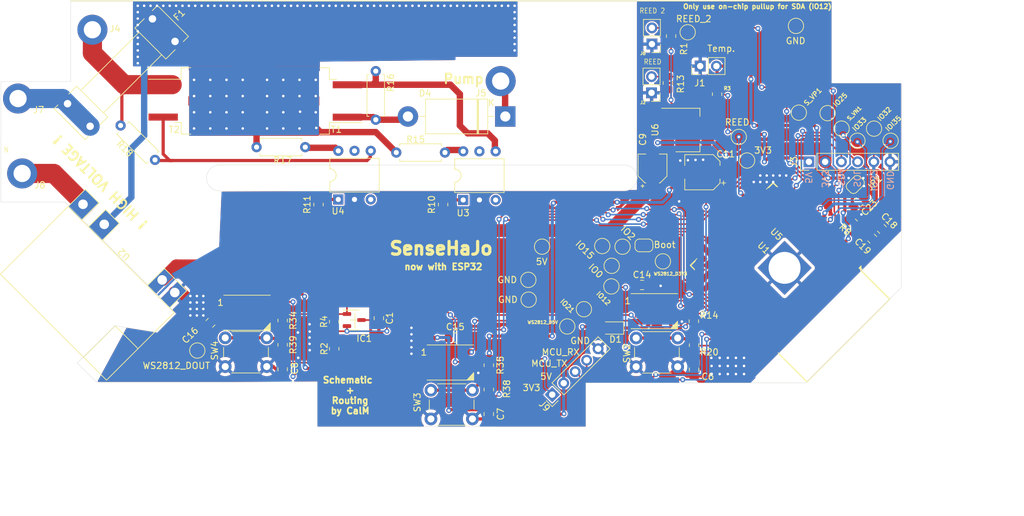
<source format=kicad_pcb>
(kicad_pcb (version 20240108) (generator "pcbnew") (generator_version "8.0")
  (title_block (comment 4 "AISLER Project ID: WVNRELBR"))
  (layers (0 "F.Cu" signal) (31 "B.Cu" signal) (34 "B.Paste" user) (35 "F.Paste" user) (36 "B.SilkS" user "B.Silkscreen") (37 "F.SilkS" user "F.Silkscreen") (38 "B.Mask" user) (39 "F.Mask" user) (44 "Edge.Cuts" user))
  (net 0 "")
  (net 1 "GND")
  (net 2 "Net-(U1-IO26)")
  (net 3 "Net-(U1-IO27)")
  (net 4 "+3V3")
  (net 5 "+5V")
  (net 6 "Net-(D1-K)")
  (net 7 "EN")
  (net 8 "Net-(U1-IO25)")
  (net 9 "Net-(D3-DOUT)")
  (net 10 "Net-(U1-IO2)")
  (net 11 "L_230V")
  (net 12 "N_230V")
  (net 13 "Net-(R10-Pad1)")
  (net 14 "Net-(R11-Pad1)")
  (net 15 "Net-(R15-Pad1)")
  (net 16 "Net-(R17-Pad1)")
  (net 17 "Net-(D4-K)")
  (net 18 "Net-(D4-A)")
  (net 19 "WS2812_3V3")
  (net 20 "Net-(D6-DOUT)")
  (net 21 "MCU_TX")
  (net 22 "MCU_RX")
  (net 23 "Net-(D7-DOUT)")
  (net 24 "REED_IN")
  (net 25 "ESP32_ADC")
  (net 26 "I2C_DSP_SDA")
  (net 27 "I2C_DSP_SCL")
  (net 28 "Net-(J4-Pin_1)")
  (net 29 "SDA_3V3")
  (net 30 "SCL_3V3")
  (net 31 "Net-(T1-G)")
  (net 32 "Net-(T2-G)")
  (net 33 "Net-(U1-IO33)")
  (net 34 "HAL_SENSOR")
  (net 41 "PUMP_MOC")
  (net 43 "Heizung_MOC")
  (net 45 "Net-(R14-Pad2)")
  (net 46 "Net-(R34-Pad2)")
  (net 47 "Net-(R35-Pad2)")
  (net 51 "Net-(U1-SENSOR_VN)")
  (net 52 "Net-(U1-IO15)")
  (net 53 "LOAD_230V")
  (net 54 "REED_IN_2")
  (net 55 "Net-(U1-IO35)")
  (net 58 "Net-(U5-GND-Pad1)")
  (net 65 "DNU0")
  (net 70 "unconnected-(U5-IO48-Pad25)")
  (net 91 "DNU1")
  (net 92 "DNU2")
  (net 97 "Net-(U1-IO23)")
  (net 98 "IO32")
  (footprint "MountingHole:MountingHole_2.7mm_M2.5_DIN965_Pad_TopBottom" (layer "F.Cu") (at 83.4 47)
    (property "Reference" "J4")
    (property "Value" "Heizung L")
  )
  (footprint "MountingHole:MountingHole_2.7mm_M2.5_DIN965_Pad_TopBottom" (layer "F.Cu") (at 147.324 55.04675 -90)
    (property "Reference" "J5")
    (property "Value" "Pumpe L")
  )
  (footprint "ESP32_Handsolder:ESP32-WROOM-32_HandSolder" (layer "F.Cu") (at 190.529028 84.493991 -135)
    (property "Reference" "U1")
    (property "Value" "ESP32-WROOM-32")
  )
  (footprint "Capacitor_SMD:C_0805_2012Metric_Pad1.18x1.45mm_HandSolder" (layer "F.Cu") (at 177.5968 100.25045 90)
    (property "Reference" "C6")
    (property "Value" "100nF / 10V")
  )
  (footprint "Capacitor_SMD:C_0805_2012Metric_Pad1.18x1.45mm_HandSolder" (layer "F.Cu") (at 145.4658 107.23545 90)
    (property "Reference" "C7")
    (property "Value" "100nF / 10V")
  )
  (footprint "Capacitor_SMD:C_0805_2012Metric_Pad1.18x1.45mm_HandSolder" (layer "F.Cu") (at 113.1824 100.21725 90)
    (property "Reference" "C8")
    (property "Value" "100nF / 10V")
  )
  (footprint "Capacitor_SMD:CP_Elec_4x4.5" (layer "F.Cu") (at 171.0944 68.74715 90)
    (property "Reference" "C9")
    (property "Value" "10uF/10V")
  )
  (footprint "Capacitor_SMD:CP_Elec_5x5.3" (layer "F.Cu") (at 178.902 69.33475 180)
    (property "Reference" "C11")
    (property "Value" "47uF/10V")
  )
  (footprint "Capacitor_SMD:C_0805_2012Metric_Pad1.18x1.45mm_HandSolder" (layer "F.Cu") (at 169.4625 87)
    (property "Reference" "C14")
    (property "Value" "100nF / 10V")
  )
  (footprint "Capacitor_SMD:C_0805_2012Metric_Pad1.18x1.45mm_HandSolder" (layer "F.Cu") (at 140.2125 95.25)
    (property "Reference" "C15")
    (property "Value" "100nF / 10V")
  )
  (footprint "Capacitor_SMD:C_0805_2012Metric_Pad1.18x1.45mm_HandSolder" (layer "F.Cu") (at 101.882377 92.928373 -135)
    (property "Reference" "C16")
    (property "Value" "100nF / 10V")
  )
  (footprint "Diode_THT:D_DO-201AD_P15.24mm_Horizontal" (layer "F.Cu") (at 148.044 60.59675 180)
    (property "Reference" "D4")
    (property "Value" "1N4006")
  )
  (footprint "Connector_PinHeader_2.54mm:PinHeader_1x05_P2.54mm_Vertical" (layer "F.Cu") (at 155.393846 104.186904 135)
    (property "Reference" "J9")
    (property "Value" "Prog")
  )
  (footprint "Resistor_SMD:R_0805_2012Metric_Pad1.20x1.40mm_HandSolder" (layer "F.Cu") (at 181.2 57.1 90)
    (property "Reference" "R3")
    (property "Value" "3k3/1%")
  )
  (footprint "Resistor_SMD:R_0805_2012Metric_Pad1.20x1.40mm_HandSolder" (layer "F.Cu") (at 138.3 74.4 -90)
    (property "Reference" "R10")
    (property "Value" "150R")
  )
  (footprint "Resistor_SMD:R_0805_2012Metric_Pad1.20x1.40mm_HandSolder" (layer "F.Cu") (at 118.8 74.39875 -90)
    (property "Reference" "R11")
    (property "Value" "150R")
  )
  (footprint "Resistor_SMD:R_0805_2012Metric_Pad1.20x1.40mm_HandSolder" (layer "F.Cu") (at 173.5 55.34875 90)
    (property "Reference" "R13")
    (property "Value" "10k")
  )
  (footprint "Resistor_SMD:R_0805_2012Metric_Pad1.20x1.40mm_HandSolder" (layer "F.Cu") (at 177.5714 92.67575 -90)
    (property "Reference" "R14")
    (property "Value" "10k")
  )
  (footprint "Resistor_THT:R_Axial_DIN0207_L6.3mm_D2.5mm_P7.62mm_Horizontal" (layer "F.Cu") (at 138.594 66.24675 180)
    (property "Reference" "R15")
    (property "Value" "360R")
  )
  (footprint "Resistor_THT:R_Axial_DIN0207_L6.3mm_D2.5mm_P7.62mm_Horizontal" (layer "F.Cu") (at 127.762 53.48515 -90)
    (property "Reference" "R16")
    (property "Value" "330R")
  )
  (footprint "Resistor_THT:R_Axial_DIN0207_L6.3mm_D2.5mm_P7.62mm_Horizontal" (layer "F.Cu") (at 116.72 65.4 180)
    (property "Reference" "R17")
    (property "Value" "360R")
  )
  (footprint "Resistor_THT:R_Axial_DIN0207_L6.3mm_D2.5mm_P7.62mm_Horizontal" (layer "F.Cu") (at 93.2 67.4 135)
    (property "Reference" "R18")
    (property "Value" "330R")
  )
  (footprint "Resistor_SMD:R_0805_2012Metric_Pad1.20x1.40mm_HandSolder" (layer "F.Cu") (at 177.5968 96.43495 -90)
    (property "Reference" "R20")
    (property "Value" "1k")
  )
  (footprint "Package_TO_SOT_SMD:TO-263-3_TabPin2" (layer "F.Cu") (at 117.548 58.166 180)
    (property "Reference" "T1")
    (property "Value" "QJ8025")
  )
  (footprint "Package_TO_SOT_SMD:TO-263-3_TabPin2" (layer "F.Cu") (at 100.254 58.15175)
    (property "Reference" "T2")
    (property "Value" "QJ8025")
  )
  (footprint "Package_DIP:DIP-6_W7.62mm" (layer "F.Cu") (at 141.4526 73.67815 90)
    (property "Reference" "U3")
    (property "Value" "MOC3043M")
  )
  (footprint "Package_DIP:DIP-6_W7.62mm" (layer "F.Cu") (at 121.8946 73.60195 90)
    (property "Reference" "U4")
    (property "Value" "MOC3043M")
  )
  (footprint "Package_TO_SOT_SMD:SOT-223-3_TabPin2" (layer "F.Cu") (at 176.6066 62.71675)
    (property "Reference" "U6")
    (property "Value" "LM1117-3.3")
  )
  (footprint "Connector_PinHeader_2.54mm:PinHeader_1x02_P2.54mm_Vertical" (layer "F.Cu") (at 178.562 52.7 90)
    (property "Reference" "J1")
    (property "Value" "Conn_01x02_Male")
  )
  (footprint "Connector_PinHeader_2.54mm:PinHeader_1x02_P2.54mm_Vertical" (layer "F.Cu") (at 170.942 56.88875 180)
    (property "Reference" "J2")
    (property "Value" "REED")
  )
  (footprint "Connector_PinHeader_2.54mm:PinHeader_1x06_P2.54mm_Vertical" (layer "F.Cu") (at 195.58 67.7 90)
    (property "Reference" "J3")
    (property "Value" "RTC ( DS3231)")
  )
  (footprint "MountingHole:MountingHole_2.7mm_M2.5_DIN965_Pad_TopBottom" (layer "F.Cu") (at 71.755 57.785)
    (property "Reference" "J7")
    (property "Value" "L")
  )
  (footprint "MountingHole:MountingHole_2.7mm_M2.5_DIN965_Pad_TopBottom" (layer "F.Cu") (at 72.4 69.525)
    (property "Reference" "J8")
    (property "Value" "N")
  )
  (footprint "Button_Switch_THT:SW_PUSH_6mm" (layer "F.Cu") (at 168.529 95.31475)
    (property "Reference" "SW2")
    (property "Value" "SW1 ( Boot )")
  )
  (footprint "Button_Switch_THT:SW_PUSH_6mm" (layer "F.Cu") (at 136.398 103.49775)
    (property "Reference" "SW3")
    (property "Value" "MACHINE_SW2")
  )
  (footprint "Button_Switch_THT:SW_PUSH_6mm" (layer "F.Cu") (at 104.1932 95.28935)
    (property "Reference" "SW4")
    (property "Value" "MACHINE_SW3")
  )
  (footprint "Capacitor_SMD:C_0805_2012Metric_Pad1.18x1.45mm_HandSolder" (layer "F.Cu") (at 207.01 78.22475 135)
    (property "Reference" "C18")
    (property "Value" "10uF / 10V")
  )
  (footprint "Capacitor_SMD:C_0805_2012Metric_Pad1.18x1.45mm_HandSolder" (layer "F.Cu") (at 205.486 79.74875 135)
    (property "Reference" "C19")
    (property "Value" "100nF / 10V")
  )
  (footprint "Fuse:Fuseholder_Clip-5x20mm_Littelfuse_111_Lateral_P18.80x5.00mm_D1.17mm_Horizontal" (layer "F.Cu") (at 79.506393 58.593607 45)
    (property "Reference" "F1")
    (property "Value" "0.5A / 230VAC")
  )
  (footprint "RF_Module:ESP32-S3-WROOM-1" (layer "F.Cu") (at 192.641796 86.585873 -135)
    (property "Reference" "U5")
    (property "Value" "ESP32-S3-WROOM-1")
  )
  (footprint "Resistor_SMD:R_0805_2012Metric_Pad1.20x1.40mm_HandSolder" (layer "F.Cu") (at 145.4658 99.57795 -90)
    (property "Reference" "R35")
    (property "Value" "10k")
  )
  (footprint "Resistor_SMD:R_0805_2012Metric_Pad1.20x1.40mm_HandSolder" (layer "F.Cu") (at 121.25 97 -90)
    (property "Reference" "R2")
    (property "Value" "10k")
  )
  (footprint "Package_TO_SOT_SMD:SOT-23-3" (layer "F.Cu") (at 124.3875 92.5)
    (property "Reference" "IC1")
    (property "Value" "SL353LT")
  )
  (footprint "TestPoint:TestPoint_Pad_D2.0mm" (layer "F.Cu") (at 153.8 81)
    (property "Reference" "5V")
    (property "Value" "5V")
  )
  (footprint "Diode_SMD:D_0805_2012Metric_Pad1.15x1.40mm_HandSolder" (layer "F.Cu") (at 164.725 93.75 180)
    (property "Reference" "D1")
    (property "Value" "1N4006")
  )
  (footprint "TestPoint:TestPoint_Pad_D2.0mm" (layer "F.Cu") (at 198.5 60.075)
    (property "Reference" "IO25")
    (property "Value" "IO32")
  )
  (footprint "Resistor_SMD:R_0805_2012Metric_Pad1.20x1.40mm_HandSolder" (layer "F.Cu") (at 113.1824 92.56635 -90)
    (property "Reference" "R34")
    (property "Value" "10k")
  )
  (footprint "TestPoint:TestPoint_Pad_D2.0mm" (layer "F.Cu") (at 164.7 84)
    (property "Reference" "IO0")
    (property "Value" "IO32")
  )
  (footprint "TestPoint:TestPoint_Pad_D2.0mm" (layer "F.Cu") (at 99.822 97.27475)
    (property "Reference" "WS2812_DOUT")
    (property "Value" "TestPoint")
  )
  (footprint "TestPoint:TestPoint_Pad_D2.0mm" (layer "F.Cu") (at 203.175 64.4 -135)
    (property "Reference" "IO33")
    (property "Value" "IO32")
  )
  (footprint "TestPoint:TestPoint_Pad_D2.0mm" (layer "F.Cu") (at 200.7 62.5 -135)
    (property "Reference" "S_VN1")
    (property "Value" "IO32")
  )
  (footprint "Jumper:SolderJumper-2_P1.3mm_Open_RoundedPad1.0x1.5mm" (layer "F.Cu") (at 202.840381 71.259619 -135)
    (property "Reference" "JP1")
    (property "Value" "Jumper_2_Open")
  )
  (footprint "TestPoint:TestPoint_Pad_D2.0mm" (layer "F.Cu") (at 185.9 67.5)
    (property "Reference" "3V3")
    (property "Value" "3V3")
  )
  (footprint "TestPoint:TestPoint_Pad_D2.0mm" (layer "F.Cu") (at 176.6 47.4)
    (property "Reference" "REED_2")
    (property "Value" "IO32")
  )
  (footprint "TestPoint:TestPoint_Pad_D2.0mm" (layer "F.Cu") (at 193.55 46.4)
    (property "Reference" "GND")
    (property "Value" "5V")
  )
  (footprint "TestPoint:TestPoint_Pad_D2.0mm" (layer "F.Cu") (at 151.7 89.3)
    (property "Reference" "GND")
    (property "Value" "5V")
  )
  (footprint "Connector_PinHeader_2.54mm:PinHeader_1x02_P2.54mm_Vertical" (layer "F.Cu") (at 171 49.25 180)
    (property "Reference" "J6")
    (property "Value" "REED")
  )
  (footprint "shai3c_com_SKU011012:SKU011012" (layer "F.Cu") (at 73.485864 93.395053 135)
    (property "Reference" "U2")
    (property "Value" "~")
  )
  (footprint "WS2812_HandSolder:WS2812B_SMD_HandSolder" (layer "F.Cu") (at 171.36 91.00075)
    (property "Reference" "D3" (hide yes))
    (property "Value" "WS2812B" (hide yes))
  )
  (footprint "Resistor_SMD:R_0805_2012Metric_Pad1.20x1.40mm_HandSolder" (layer "F.Cu") (at 174 48 90)
    (property "Reference" "R1")
    (property "Value" "10k")
  )
  (footprint "TestPoint:TestPoint_Pad_D2.0mm" (layer "F.Cu") (at 163.225 80.9 135)
    (property "Reference" "IO15")
    (property "Value" "IO32")
  )
  (footprint "TestPoint:TestPoint_Pad_D2.0mm" (layer "F.Cu") (at 208.375 64.4)
    (property "Reference" "IOI35")
    (property "Value" "IO32")
  )
  (footprint "TestPoint:TestPoint_Pad_D2.0mm" (layer "F.Cu") (at 166.4 81)
    (property "Reference" "IO2")
    (property "Value" "IO32")
  )
  (footprint "TestPoint:TestPoint_Pad_D2.0mm" (layer "F.Cu") (at 151.65 86.2)
    (property "Reference" "GND")
    (property "Value" "5V")
  )
  (footprint "Resistor_SMD:R_0805_2012Metric_Pad1.20x1.40mm_HandSolder" (layer "F.Cu") (at 113.1824 96.37635 -90)
    (property "Reference" "R39")
    (property "Value" "1k")
  )
  (footprint "Resistor_SMD:R_0805_2012Metric_Pad1.20x1.40mm_HandSolder" (layer "F.Cu") (at 145.4658 103.38795 -90)
    (property "Reference" "R38")
    (property "Value" "1k")
  )
  (footprint "TestPoint:TestPoint_Pad_D2.0mm" (layer "F.Cu") (at 157.75 93.5)
    (property "Reference" "WS2812_D5V")
    (property "Value" "TestPoint")
  )
  (footprint "Capacitor_SMD:C_0805_2012Metric_Pad1.18x1.45mm_HandSolder" (layer "F.Cu") (at 203.333623 74.033623 45)
    (property "Reference" "C23")
    (property "Value" "10uF / 10V")
  )
  (footprint "TestPoint:TestPoint_Pad_D2.0mm" (layer "F.Cu") (at 172.72 83.30475)
    (property "Reference" "WS2812_D3V3")
    (property "Value" "TestPoint" (hide yes))
  )
  (footprint "Capacitor_SMD:C_0805_2012Metric_Pad1.18x1.45mm_HandSolder" (layer "F.Cu") (at 128.25 92.2125 -90)
    (property "Reference" "C1")
    (property "Value" "100nF / 10V")
  )
  (footprint "WS2812_HandSolder:WS2812B_SMD_HandSolder" (layer "F.Cu") (at 107.606 91.25475)
    (property "Reference" "D7" (hide yes))
    (property "Value" "WS2812B" (hide yes))
  )
  (footprint "TestPoint:TestPoint_Pad_D2.0mm" (layer "F.Cu") (at 184.6 63.8)
    (property "Reference" "REED")
    (property "Value" "IO32")
  )
  (footprint "TestPoint:TestPoint_Pad_D2.0mm" (layer "F.Cu") (at 164.65 87.225)
    (property "Reference" "IO12")
    (property "Value" "I2C_DISP_SDA_3V3")
  )
  (footprint "WS2812_HandSolder:WS2812B_SMD_HandSolder" (layer "F.Cu") (at 139.446 99.05275)
    (property "Reference" "D6" (hide yes))
    (property "Value" "WS2812B" (hide yes))
  )
  (footprint "Jumper:SolderJumper-2_P1.3mm_Open_RoundedPad1.0x1.5mm" (layer "F.Cu") (at 169.75 80.8)
    (property "Reference" "JP2" (hide yes))
    (property "Value" "Boot")
  )
  (footprint "TestPoint:TestPoint_Pad_D2.0mm" (layer "F.Cu") (at 160.35 90.8)
    (property "Reference" "IO21")
    (property "Value" "IO32")
  )
  (footprint "TestPoint:TestPoint_Pad_D2.0mm" (layer "F.Cu") (at 205.775 62.5 -135)
    (property "Reference" "IO32")
    (property "Value" "IO32")
  )
  (footprint "TestPoint:TestPoint_Pad_D2.0mm" (layer "F.Cu") (at 194 60)
    (property "Reference" "S_VP1")
    (property "Value" "IO32")
  )
  (footprint "Resistor_SMD:R_0805_2012Metric_Pad1.20x1.40mm_HandSolder" (layer "F.Cu") (at 121.25 92.75 -90)
    (property "Reference" "R4")
    (property "Value" "10k")
  )
  (footprint "Resistor_SMD:R_0805_2012Metric_Pad1.20x1.40mm_HandSolder" (layer "F.Cu") (at 202.492893 77.342893 135)
    (property "Reference" "R8")
    (property "Value" "10k")
  )
  (gr_line (start 80 42.5) (end 199 42.5) (stroke (width 0.12)) (layer "F.SilkS"))
  (gr_line (start 124.75 92.5) (end 123.75 92.5) (stroke (width 0.12)) (layer "F.SilkS"))
  (gr_line (start 124.5 91.5) (end 124.5 93.75) (stroke (width 0.12)) (layer "F.SilkS"))
  (gr_line (start 69.075 74) (end 69.088 55.11075) (stroke (width 0.05)) (layer "Edge.Cuts"))
  (gr_line (start 103.3272 68.19175) (end 122.682 68.19175) (stroke (width 0.05)) (layer "Edge.Cuts"))
  (gr_line (start 122.682 72.25575) (end 103.3272 72.25575) (stroke (width 0.05)) (layer "Edge.Cuts"))
  (gr_arc (start 166.6494 68.19175) (mid 168.6814 70.22375) (end 166.6494 72.25575) (stroke (width 0.05)) (layer "Edge.Cuts"))
  (gr_line (start 210.058 81.27275) (end 210.058 87.36875) (stroke (width 0.05)) (layer "Edge.Cuts"))
  (gr_line (start 158.3944 68.19175) (end 122.682 68.19175) (stroke (width 0.05)) (layer "Edge.Cuts"))
  (gr_line (start 122.682 72.25575) (end 166.6494 72.25575) (stroke (width 0.05)) (layer "Edge.Cuts"))
  (gr_line (start 158.3944 68.19175) (end 166.6494 68.19175) (stroke (width 0.05)) (layer "Edge.Cuts"))
  (gr_line (start 210.058 55.36475) (end 210.058 62.98475) (stroke (width 0.05)) (layer "Edge.Cuts"))
  (gr_line (start 80 42.5) (end 199.136 42.5) (stroke (width 0.05)) (layer "Edge.Cuts"))
  (gr_line (start 93.557074 94.447527) (end 96.5 91.5) (stroke (width 0.05)) (layer "Edge.Cuts"))
  (gr_line (start 81 99.25) (end 86.956248 93.395053) (stroke (width 0.05)) (layer "Edge.Cuts"))
  (gr_line (start 86.956248 93.395053) (end 93.557074 94.447527) (stroke (width 0.05)) (layer "Edge.Cuts"))
  (gr_line (start 160.655 109.21275) (end 118.618 109.21275) (stroke (width 0.05)) (layer "Edge.Cuts"))
  (gr_arc (start 103.3272 72.25575) (mid 101.269641 70.22375) (end 103.3272 68.19175) (stroke (width 0.05)) (layer "Edge.Cuts"))
  (gr_line (start 96.5 91.5) (end 79.124018 73.9977) (stroke (width 0.05)) (layer "Edge.Cuts"))
  (gr_line (start 79.124018 73.9977) (end 69.075 74) (stroke (width 0.05)) (layer "Edge.Cuts"))
  (gr_line (start 84.074 102.22775) (end 92.7354 102.22775) (stroke (width 0.05)) (layer "Edge.Cuts"))
  (gr_line (start 160.655 102.35475) (end 160.655 109.21275) (stroke (width 0.05)) (layer "Edge.Cuts"))
  (gr_line (start 92.7354 102.22775) (end 95.0468 102.22775) (stroke (width 0.05)) (layer "Edge.Cuts"))
  (gr_line (start 199.136 55.36475) (end 210.058 55.36475) (stroke (width 0.05)) (layer "Edge.Cuts"))
  (gr_line (start 80.01 55.11075) (end 80 42.5) (stroke (width 0.05)) (layer "Edge.Cuts"))
  (gr_line (start 195.072 102.35475) (end 160.655 102.35475) (stroke (width 0.05)) (layer "Edge.Cuts"))
  (gr_line (start 118.618 109.21275) (end 118.618 102.22775) (stroke (width 0.05)) (layer "Edge.Cuts"))
  (gr_line (start 199.136 55.36475) (end 199.136 42.5) (stroke (width 0.05)) (layer "Edge.Cuts"))
  (gr_line (start 210.058 62.98475) (end 210.058 81.27275) (stroke (width 0.05)) (layer "Edge.Cuts"))
  (gr_line (start 81 99.25) (end 84.074 102.22775) (stroke (width 0.05)) (layer "Edge.Cuts"))
  (gr_line (start 118.618 102.22775) (end 95.0468 102.22775) (stroke (width 0.05)) (layer "Edge.Cuts"))
  (gr_line (start 210.058 87.36875) (end 195.072 102.35475) (stroke (width 0.05)) (layer "Edge.Cuts"))
  (gr_line (start 69.088 55.11075) (end 80.01 55.11075) (stroke (width 0.05)) (layer "Edge.Cuts"))
  (gr_text "5V" (at 195.5 70.2 270) (layer "B.SilkS") (effects (font (size 1 1)) (justify mirror)))
  (gr_text "3V3" (at 198.1 70.4 270) (layer "B.SilkS") (effects (font (size 1 1)) (justify mirror)))
  (gr_text "GND" (at 208.28 70.60475 -90) (layer "B.SilkS") (effects (font (size 1 1)) (justify mirror)))
  (gr_text "SCL" (at 203.1 70.3 270) (layer "B.SilkS") (effects (font (size 1 1)) (justify mirror)))
  (gr_text "SDA" (at 200.6 70.1 270) (layer "B.SilkS") (effects (font (size 1 1)) (justify mirror)))
  (gr_text "IO32" (at 205.7 70.6 270) (layer "B.SilkS") (effects (font (size 1 1)) (justify mirror)))
  (gr_text "Only use on-chip pullup for SDA (IO12)" (at 175.8 43.8 0) (layer "F.SilkS") (effects (font (size 0.75 0.75) (thickness 0.1875) (bold yes)) (justify left bottom)))
  (gr_text "now with ESP32" (at 138.35 84.15 0) (layer "F.SilkS") (effects (font (size 1 1) (thickness 0.25))))
  (gr_text "N" (at 69.469 66.28675 0) (layer "F.SilkS") (effects (font (size 0.8 0.72) (thickness 0.1)) (justify left bottom)))
  (gr_text "! HIGH VOLTAGE !" (at 92.35 77.3 135) (layer "F.SilkS") (effects (font (size 1.5 1.5) (thickness 0.3) (bold yes)) (justify left bottom)))
  (gr_text "Pump" (at 141.5034 54.70435 0) (layer "F.SilkS") (effects (font (size 1.5 1.5) (thickness 0.3))))
  (gr_text "3V3" (at 152.146 103.11675 0) (layer "F.SilkS") (effects (font (size 1 1))))
  (gr_text "MCU_TX" (at 154.94 99.30675 0) (layer "F.SilkS") (effects (font (size 1 1))))
  (gr_text "MCU_RX" (at 156.718 97.52875 0) (layer "F.SilkS") (effects (font (size 1 1))))
  (gr_text "Schematic \n+\nRouting\nby CalM" (at 123.7488 104.31055 0) (layer "F.SilkS") (effects (font (size 1 1) (thickness 0.25))))
  (gr_text "REED" (at 169.672 52.5 0) (layer "F.SilkS") (effects (font (size 0.8 0.72) (thickness 0.1)) (justify left bottom)))
  (gr_text "Temp." (at 181.85 49.95 0) (layer "F.SilkS") (effects (font (size 1 1))))
  (gr_text "GND" (at 159.766 95.75075 0) (layer "F.SilkS") (effects (font (size 1 1))))
  (gr_text "REED 2" (at 169 44.5 0) (layer "F.SilkS") (effects (font (size 0.8 0.72) (thickness 0.1)) (justify left bottom)))
  (gr_text "SenseHaJo" (at 138 82.45 0) (layer "F.SilkS") (effects (font (size 2 2) (thickness 0.5)) (justify bottom)))
  (gr_text "5V" (at 154.432 101.33875 0) (layer "F.SilkS") (effects (font (size 1 1))))
  (segment (start 178.3279 85.020786) (end 178.229214 85.020786) (width 0.5) (layer "F.Cu") (net 0))
  (segment (start 111.717 99.78935) (end 113.1824 101.25475) (width 0.5) (layer "F.Cu") (net 1))
  (segment (start 200.2 86.5) (end 200.2 86.497352) (width 0.5) (layer "F.Cu") (net 1))
  (segment (start 171.676 60.41675) (end 170.942 59.68275) (width 0.5) (layer "F.Cu") (net 1))
  (segment (start 97.186504 88.186504) (end 100.25 91.25) (width 2) (layer "F.Cu") (net 1))
  (segment (start 172.6696 92.60075) (end 172.86475 92.60075) (width 0.25) (layer "F.Cu") (net 1))
  (segment (start 142.898 107.99775) (end 145.1906 107.99775) (width 0.5) (layer "F.Cu") (net 1))
  (segment (start 177.5968 101.28795) (end 178.3588 102.04995) (width 0.5) (layer "F.Cu") (net 1))
  (segment (start 190.002233 96.695119) (end 192.1 94.597352) (width 0.5) (layer "F.Cu") (net 1))
  (segment (start 204.067246 70.282754) (end 204.1 70.25) (width 0.5) (layer "F.Cu") (net 1))
  (segment (start 172.339 87.11475) (end 172.3644 87.14015) (width 0.25) (layer "F.Cu") (net 1))
  (segment (start 172.3644 92.29635) (end 172.6692 92.60115) (width 0.25) (layer "F.Cu") (net 1))
  (segment (start 177.3056 100.99675) (end 173.8766 100.99675) (width 0.5) (layer "F.Cu") (net 1))
  (segment (start 172.6692 92.60115) (end 172.6696 92.60075) (width 0.25) (layer "F.Cu") (net 1))
  (segment (start 192.197352 94.5) (end 200.197352 86.5) (width 0.5) (layer "F.Cu") (net 1))
  (segment (start 173.228 60.41675) (end 171.676 60.41675) (width 0.5) (layer "F.Cu") (net 1))
  (segment (start 170.942 87.11475) (end 172.339 87.11475) (width 0.25) (layer "F.Cu") (net 1))
  (segment (start 184.647402 102.04995) (end 185.42 101.277352) (width 0.5) (layer "F.Cu") (net 1))
  (segment (start 202.7348 83.967196) (end 206.219623 80.482373) (width 0.5) (layer "F.Cu") (net 1))
  (segment (start 200.197352 86.5) (end 200.2 86.5) (width 0.5) (layer "F.Cu") (net 1))
  (segment (start 172.86475 92.60075) (end 172.974 92.71) (width 0.25) (layer "F.Cu") (net 1))
  (segment (start 177.5968 101.28795) (end 177.3056 100.99675) (width 0.5) (layer "F.Cu") (net 1))
  (segment (start 178.3588 102.04995) (end 184.647402 102.04995) (width 0.5) (layer "F.Cu") (net 1))
  (segment (start 200.2 86.497352) (end 202.730156 83.967196) (width 0.5) (layer "F.Cu") (net 1))
  (segment (start 204.536 71.836) (end 204.2 71.5) (width 0.75) (layer "F.Cu") (net 1))
  (segment (start 204.067246 73.3) (end 204.536 72.831246) (width 0.75) (layer "F.Cu") (net 1))
  (segment (start 202.730156 83.967196) (end 202.7348 83.967196) (width 0.5) (layer "F.Cu") (net 1))
  (segment (start 204.536 72.831246) (end 204.536 71.836) (width 0.75) (layer "F.Cu") (net 1))
  (segment (start 172.3644 87.14015) (end 172.3644 92.29635) (width 0.25) (layer "F.Cu") (net 1))
  (segment (start 170.942 59.68275) (end 170.942 56.88875) (width 0.5) (layer "F.Cu") (net 1))
  (segment (start 96.295715 88.186504) (end 97.186504 88.186504) (width 2) (layer "F.Cu") (net 1))
  (segment (start 185.732352 100.965) (end 190.002233 96.695119) (width 0.5) (layer "F.Cu") (net 1))
  (segment (start 110.6932 99.78935) (end 111.717 99.78935) (width 0.5) (layer "F.Cu") (net 1))
  (segment (start 127.5 92.5) (end 128.25 93.25) (width 0.25) (layer "F.Cu") (net 1))
  (segment (start 145.1906 107.99775) (end 145.4658 108.27295) (width 0.5) (layer "F.Cu") (net 1))
  (segment (start 207.743623 78.958373) (end 206.219623 80.482373) (width 0.5) (layer "F.Cu") (net 1))
  (segment (start 173.863 100.98075) (end 175.029 99.81475) (width 0.5) (layer "F.Cu") (net 1))
  (segment (start 185.42 100.965) (end 185.732352 100.965) (width 0.5) (layer "F.Cu") (net 1))
  (segment (start 173.8766 100.99675) (end 173.863 100.98315) (width 0.5) (layer "F.Cu") (net 1))
  (segment (start 173.863 100.98315) (end 173.863 100.98075) (width 0.5) (layer "F.Cu") (net 1))
  (segment (start 208.054377 78.958373) (end 207.743623 78.958373) (width 0.5) (layer "F.Cu") (net 1))
  (segment (start 185.42 101.277352) (end 185.42 100.965) (width 0.5) (layer "F.Cu") (net 1))
  (segment (start 125.525 92.5) (end 127.5 92.5) (width 0.25) (layer "F.Cu") (net 1))
  (segment (start 204.067246 72.882754) (end 204.25 72.7) (width 0.5) (layer "F.Cu") (net 1))
  (via (at 185.42 98.425) (size 0.8) (drill 0.4) (layers "F.Cu" "B.Cu") (net 1))
  (via (at 189.992 69.85) (size 0.8) (drill 0.4) (layers "F.Cu" "B.Cu") (net 1))
  (via (at 203.8 75.95) (size 0.8) (drill 0.4) (layers "F.Cu" "B.Cu") (net 1))
  (via (at 187.96 69.85) (size 0.8) (drill 0.4) (layers "F.Cu" "B.Cu") (net 1))
  (via (at 133.35 96.76675) (size 0.8) (drill 0.4) (layers "F.Cu" "B.Cu") (net 1))
  (via (at 117.3988 93.15995) (size 0.8) (drill 0.4) (layers "F.Cu" "B.Cu") (net 1))
  (via (at 177.8254 67.40435) (size 0.8) (drill 0.4) (layers "F.Cu" "B.Cu") (net 1))
  (via (at 117.4242 97.22395) (size 0.8) (drill 0.4) (layers "F.Cu" "B.Cu") (net 1))
  (via (at 182.88 98.425) (size 0.8) (drill 0.4) (layers "F.Cu" "B.Cu") (net 1))
  (via (at 182.88 100.965) (size 0.8) (drill 0.4) (layers "F.Cu" "B.Cu") (net 1))
  (via (at 187.96 70.866) (size 0.8) (drill 0.4) (layers "F.Cu" "B.Cu") (net 1))
  (via (at 191.008 69.85) (size 0.8) (drill 0.4) (layers "F.Cu" "B.Cu") (net 1))
  (via (at 99.75 90.766) (size 0.8) (drill 0.4) (layers "F.Cu" "B.Cu") (net 1))
  (via (at 184.15 99.695) (size 0.8) (drill 0.4) (layers "F.Cu" "B.Cu") (net 1))
  (via (at 99.75 89.75) (size 0.8) (drill 0.4) (layers "F.Cu" "B.Cu") (net 1))
  (via (at 176.6316 67.45515) (size 0.8) (drill 0.4) (layers "F.Cu" "B.Cu") (net 1))
  (via (at 133.35 94.73475) (size 0.8) (drill 0.4) (layers "F.Cu" "B.Cu") (net 1))
  (via (at 189.992 70.866) (size 0.8) (drill 0.4) (layers "F.Cu" "B.Cu") (net 1))
  (via (at 198.85 71.25) (size 0.8) (drill 0.4) (layers "F.Cu" "B.Cu") (net 1))
  (via (at 179.0192 67.37895) (size 0.8) (drill 0.4) (layers "F.Cu" "B.Cu") (net 1))
  (via (at 175.4378 67.50595) (size 0.8) (drill 0.4) (layers "F.Cu" "B.Cu") (net 1))
  (via (at 204.1 70.25) (size 0.8) (drill 0.4) (layers "F.Cu" "B.Cu") (net 1))
  (via (at 192.024 69.85) (size 0.8) (drill 0.4) (layers "F.Cu" "B.Cu") (net 1))
  (via (at 99.75 91.782) (size 0.8) (drill 0.4) (layers "F.Cu" "B.Cu") (net 1))
  (via (at 175.26 73.90675) (size 0.8) (drill 0.4) (layers "F.Cu" "B.Cu") (net 1))
  (via (at 98.734 89.75) (size 0.8) (drill 0.4) (layers "F.Cu" "B.Cu") (net 1))
  (via (at 181.61 98.425) (size 0.8) (drill 0.4) (layers "F.Cu" "B.Cu") (net 1))
  (via (at 115.6208 98.41775) (size 0.8) (drill 0.4) (layers "F.Cu" "B.Cu") (net 1))
  (via (at 184.15 98.425) (size 0.8) (drill 0.4) (layers "F.Cu" "B.Cu") (net 1))
  (via (at 133.35 95.75075) (size 0.8) (drill 0.4) (layers "F.Cu" "B.Cu") (net 1))
  (via (at 117.4242 94.30295) (size 0.8) (drill 0.4) (layers "F.Cu" "B.Cu") (net 1))
  (via (at 98.734 91.782) (size 0.8) (drill 0.4) (layers "F.Cu" "B.Cu") (net 1))
  (via (at 117.3988 96.23335) (size 0.8) (drill 0.4) (layers "F.Cu" "B.Cu") (net 1))
  (via (at 133.35 97.78275) (size 0.8) (drill 0.4) (layers "F.Cu" "B.Cu") (net 1))
  (via (at 204.2 71.5) (size 0.8) (drill 0.4) (layers "F.Cu" "B.Cu") (net 1))
  (via (at 181.61 100.965) (size 0.8) (drill 0.4) (layers "F.Cu" "B.Cu") (net 1))
  (via (at 175.6918 92.7354) (size 0.8) (drill 0.4) (layers "F.Cu" "B.Cu") (net 1))
  (via (at 188.976 70.866) (size 0.8) (drill 0.4) (layers "F.Cu" "B.Cu") (net 1))
  (via (at 98.734 90.766) (size 0.8) (drill 0.4) (layers "F.Cu" "B.Cu") (net 1))
  (via (at 172.3644 87.14015) (size 0.8) (drill 0.4) (layers "F.Cu" "B.Cu") (net 1))
  (via (at 185.42 99.695) (size 0.8) (drill 0.4) (layers "F.Cu" "B.Cu") (net 1))
  (via (at 201.8 70.25) (size 0.8) (drill 0.4) (layers "F.Cu" "B.Cu") (net 1))
  (via (at 100.766 90.766) (size 0.8) (drill 0.4) (layers "F.Cu" "B.Cu") (net 1))
  (via (at 117.3988 95.24275) (size 0.8) (drill 0.4) (layers "F.Cu" "B.Cu") (net 1))
  (via (at 100.766 89.75) (size 0.8) (drill 0.4) (layers "F.Cu" "B.Cu") (net 1))
  (via (at 100.766 88.734) (size 0.8) (drill 0.4) (layers "F.Cu" "B.Cu") (net 1))
  (via (at 185.42 100.965) (size 0.8) (drill 0.4) (layers "F.Cu" "B.Cu") (net 1))
  (via (at 115.57 94.45535) (size 0.8) (drill 0.4) (layers "F.Cu" "B.Cu") (net 1))
  (via (at 180.34 99.695) (size 0.8) (drill 0.4) (layers "F.Cu" "B.Cu") (net 1))
  (via (at 180.34 100.965) (size 0.8) (drill 0.4) (layers "F.Cu" "B.Cu") (net 1))
  (via (at 180.34 100.965) (size 0.8) (drill 0.4) (layers "F.Cu" "B.Cu") (net 1))
  (via (at 182.88 99.695) (size 0.8) (drill 0.4) (layers "F.Cu" "B.Cu") (net 1))
  (via (at 99.75 88.734) (size 0.8) (drill 0.4) (layers "F.Cu" "B.Cu") (net 1))
  (via (at 133.35 93.71875) (size 0.8) (drill 0.4) (layers "F.Cu" "B.Cu") (net 1))
  (via (at 188.976 69.85) (size 0.8) (drill 0.4) (layers "F.Cu" "B.Cu") (net 1))
  (via (at 180.303 98.425) (size 0.8) (drill 0.4) (layers "F.Cu" "B.Cu") (net 1))
  (via (at 186.944 70.866) (size 0.8) (drill 0.4) (layers "F.Cu" "B.Cu") (net 1))
  (via (at 143.8148 100.7872) (size 0.8) (drill 0.4) (layers "F.Cu" "B.Cu") (net 1))
  (via (at 181.61 99.695) (size 0.8) (drill 0.4) (layers "F.Cu" "B.Cu") (net 1))
  (via (at 184.15 100.965) (size 0.8) (drill 0.4) (layers "F.Cu" "B.Cu") (net 1))
  (via (at 98.734 88.734) (size 0.8) (drill 0.4) (layers "F.Cu" "B.Cu") (net 1))
  (via (at 100.766 91.782) (size 0.8) (drill 0.4) (layers "F.Cu" "B.Cu") (net 1))
  (segment (start 186.3 72.2) (end 186.3 70.7) (width 0.5) (layer "B.Cu") (net 1))
  (segment (start 186.3 70.7) (end 187.15 69.85) (width 0.5) (layer "B.Cu") (net 1))
  (segment (start 191.4 95.3) (end 185.735 100.965) (width 0.5) (layer "B.Cu") (net 1))
  (segment (start 185.735 100.965) (end 185.42 100.965) (width 0.5) (layer "B.Cu") (net 1))
  (segment (start 187.15 69.85) (end 187.96 69.85) (width 0.5) (layer "B.Cu") (net 1))
  (segment (start 148.433105 75.95035) (end 148.863895 76.38114) (width 0.25) (layer "F.Cu") (net 2))
  (segment (start 146.8108 104.38795) (end 147.066 104.13275) (width 0.25) (layer "F.Cu") (net 2))
  (segment (start 147.8164 75.95035) (end 148.433105 75.95035) (width 0.25) (layer "F.Cu") (net 2))
  (segment (start 193.749899 74.98694) (end 193.749899 74.974851) (width 0.5) (layer "F.Cu") (net 2))
  (segment (start 161.77879 76.10614) (end 162.72739 76.10614) (width 0.25) (layer "F.Cu") (net 2))
  (segment (start 193.486701 68.675) (end 195.362986 70.551285) (width 0.25) (layer "F.Cu") (net 2))
  (segment (start 145.4658 106.19795) (end 145.4658 104.38795) (width 0.5) (layer "F.Cu") (net 2))
  (segment (start 168.942147 76.70075) (end 178.562 76.70075) (width 0.25) (layer "F.Cu") (net 2))
  (segment (start 148.863895 76.38114) (end 161.50379 76.38114) (width 0.25) (layer "F.Cu") (net 2))
  (segment (start 168.91 76.732897) (end 168.942147 76.70075) (width 0.25) (layer "F.Cu") (net 2))
  (segment (start 161.50379 76.38114) (end 161.77879 76.10614) (width 0.25) (layer "F.Cu") (net 2))
  (segment (start 195.326 73.39875) (end 195.326 73.410839) (width 0.25) (layer "F.Cu") (net 2))
  (segment (start 187.323468 68.675) (end 193.486701 68.675) (width 0.25) (layer "F.Cu") (net 2))
  (segment (start 147.066 76.70075) (end 147.8164 75.95035) (width 0.25) (layer "F.Cu") (net 2))
  (segment (start 162.72739 76.10614) (end 163.322 76.70075) (width 0.25) (layer "F.Cu") (net 2))
  (segment (start 185.899234 69.363516) (end 185.899234 69.362838) (width 0.25) (layer "F.Cu") (net 2))
  (segment (start 195.362986 71.8) (end 195.326 73.39875) (width 0.25) (layer "F.Cu") (net 2))
  (segment (start 186.162838 69.099234) (end 186.899234 69.099234) (width 0.25) (layer "F.Cu") (net 2))
  (segment (start 178.562 76.70075) (end 185.899234 69.363516) (width 0.25) (layer "F.Cu") (net 2))
  (segment (start 195.326 73.410839) (end 193.749899 74.98694) (width 0.25) (layer "F.Cu") (net 2))
  (segment (start 145.4658 104.38795) (end 146.8108 104.38795) (width 0.25) (layer "F.Cu") (net 2))
  (segment (start 185.899234 69.362838) (end 186.162838 69.099234) (width 0.25) (layer "F.Cu") (net 2))
  (segment (start 186.899234 69.099234) (end 187.323468 68.675) (width 0.25) (layer "F.Cu") (net 2))
  (segment (start 195.362986 70.551285) (end 195.362986 71.8) (width 0.25) (layer "F.Cu") (net 2))
  (via (at 147.066 104.13275) (size 0.8) (drill 0.4) (layers "F.Cu" "B.Cu") (net 2))
  (via (at 168.91 76.732897) (size 0.8) (drill 0.4) (layers "F.Cu" "B.Cu") (net 2))
  (via (at 147.066 76.70075) (size 0.8) (drill 0.4) (layers "F.Cu" "B.Cu") (net 2))
  (via (at 163.322 76.70075) (size 0.8) (drill 0.4) (layers "F.Cu" "B.Cu") (net 2))
  (segment (start 168.91 76.732897) (end 163.354147 76.732897) (width 0.25) (layer "B.Cu") (net 2))
  (segment (start 163.354147 76.732897) (end 163.322 76.70075) (width 0.25) (layer "B.Cu") (net 2))
  (segment (start 147.066 104.13275) (end 147.066 76.70075) (width 0.25) (layer "B.Cu") (net 2))
  (segment (start 178.747718 77.15075) (end 186.349234 69.549234) (width 0.25) (layer "F.Cu") (net 3))
  (segment (start 194.799147 72.147603) (end 194.31 72.63675) (width 0.25) (layer "F.Cu") (net 3))
  (segment (start 192.851874 74.088915) (end 192.857835 74.088915) (width 0.5) (layer "F.Cu") (net 3))
  (segment (start 186.349234 69.549234) (end 187.175766 69.549234) (width 0.25) (layer "F.Cu") (net 3))
  (segment (start 135.843897 94.018853) (end 134.62 95.24275) (width 0.25) (layer "F.Cu") (net 3))
  (segment (start 178.436396 77.46275) (end 179.007198 76.891948) (width 0.25) (layer "F.Cu") (net 3))
  (segment (start 148.28859 76.83114) (end 162.331039 76.83114) (width 0.25) (layer "F.Cu") (net 3))
  (segment (start 193.300305 69.125) (end 194.799147 70.623842) (width 0.25) (layer "F.Cu") (net 3))
  (segment (start 148.1328 76.67535) (end 148.28859 76.83114) (width 0.25) (layer "F.Cu") (net 3))
  (segment (start 187.6 69.125) (end 193.300305 69.125) (width 0.25) (layer "F.Cu") (net 3))
  (segment (start 113.1824 99.17975) (end 113.1824 97.37635) (width 0.5) (layer "F.Cu") (net 3))
  (segment (start 194.799147 70.623842) (end 194.799147 72.147603) (width 0.25) (layer "F.Cu") (net 3))
  (segment (start 169.672 77.46275) (end 178.436396 77.46275) (width 0.25) (layer "F.Cu") (net 3))
  (segment (start 194.31 72.63675) (end 194.304039 72.63675) (width 0.25) (layer "F.Cu") (net 3))
  (segment (start 194.304039 72.63675) (end 192.851874 74.088915) (width 0.25) (layer "F.Cu") (net 3))
  (segment (start 134.493 99.17975) (end 113.1824 99.17975) (width 0.25) (layer "F.Cu") (net 3))
  (segment (start 187.175766 69.549234) (end 187.6 69.125) (width 0.25) (layer "F.Cu") (net 3))
  (segment (start 134.62 99.05275) (end 134.493 99.17975) (width 0.25) (layer "F.Cu") (net 3))
  (segment (start 147.7905 94.018853) (end 135.843897 94.018853) (width 0.25) (layer "F.Cu") (net 3))
  (segment (start 134.62 95.24275) (end 134.62 99.05275) (width 0.25) (layer "F.Cu") (net 3))
  (via (at 169.672 77.46275) (size 0.8) (drill 0.4) (layers "F.Cu" "B.Cu") (net 3))
  (via (at 162.331039 76.83114) (size 0.8) (drill 0.4) (layers "F.Cu" "B.Cu") (net 3))
  (via (at 147.7905 94.018853) (size 0.8) (drill 0.4) (layers "F.Cu" "B.Cu") (net 3))
  (via (at 148.1328 76.67535) (size 0.8) (drill 0.4) (layers "F.Cu" "B.Cu") (net 3))
  (segment (start 148.1328 76.67535) (end 147.7905 77.01765) (width 0.25) (layer "B.Cu") (net 3))
  (segment (start 169.672 77.46275) (end 162.962649 77.46275) (width 0.25) (layer "B.Cu") (net 3))
  (segment (start 147.7905 77.01765) (end 147.7905 94.018853) (width 0.25) (layer "B.Cu") (net 3))
  (segment (start 162.962649 77.46275) (end 162.331039 76.83114) (width 0.25) (layer "B.Cu") (net 3))
  (segment (start 155.7274 74.03375) (end 155.575 74.18615) (width 0.5) (layer "F.Cu") (net 4))
  (segment (start 187.738918 65.65) (end 184.054168 69.33475) (width 2) (layer "F.Cu") (net 4))
  (segment (start 128.25 90.5) (end 127.5 89.75) (width 0.25) (layer "F.Cu") (net 4))
  (segment (start 178.562 59.68275) (end 175.26 59.68275) (width 0.25) (layer "F.Cu") (net 4))
  (segment (start 180.34 70.85875) (end 180.34 70.09675) (width 0.5) (layer "F.Cu") (net 4))
  (segment (start 204.752377 79.015127) (end 206.276377 77.491127) (width 0.5) (layer "F.Cu") (net 4))
  (segment (start 181.356 72.12875) (end 181.356 71.225) (width 0.25) (layer "F.Cu") (net 4))
  (segment (start 179.528 62.71675) (end 179.528 60.64875) (width 0.25) (layer "F.Cu") (net 4))
  (segment (start 119.75 91.56635) (end 120 91.56635) (width 0.25) (layer "F.Cu") (net 4))
  (segment (start 204.878511 69.235261) (end 203.65 69.235261) (width 0.75) (layer "F.Cu") (net 4))
  (segment (start 143.51 99.05275) (end 140.208 99.05275) (width 0.25) (layer "F.Cu") (net 4))
  (segment (start 175.006 70.85875) (end 180.34 70.85875) (width 0.5) (layer "F.Cu") (net 4))
  (segment (start 181.102 67.04875) (end 181.102 68.375) (width 1.5) (layer "F.Cu") (net 4))
  (segment (start 174 49) (end 174 50.4) (width 0.25) (layer "F.Cu") (net 4))
  (segment (start 165.5572 74.03375) (end 161.4424 74.03375) (width 0.5) (layer "F.Cu") (net 4))
  (segment (start 203.65 69.235261) (end 206.385261 69.235261) (width 0.75) (layer "F.Cu") (net 4))
  (segment (start 123.25 91.55) (end 123.25 90) (width 0.25) (layer "F.Cu") (net 4))
  (segment (start 181.356 68.629) (end 181.102 68.375) (width 0.25) (layer "F.Cu") (net 4))
  (segment (start 177.77142 91.47573) (end 177.5714 91.67575) (width 0.25) (layer "F.Cu") (net 4))
  (segment (start 173.228 62.71675) (end 179.528 62.71675) (width 1) (layer "F.Cu") (net 4))
  (segment (start 181.2 58.1) (end 181.2 59.8) (width 0.5) (layer "F.Cu") (net 4))
  (segment (start 206.95 69.8) (end 206.95 74.25) (width 0.75) (layer "F.Cu") (net 4))
  (segment (start 179.7566 61.2434) (end 179.7566 62.71675) (width 0.5) (layer "F.Cu") (net 4))
  (segment (start 138.93425 91.175) (end 128.25 91.175) (width 0.25) (layer "F.Cu") (net 4))
  (segment (start 199.544511 69.235261) (end 198.12 67.81075) (width 0.75) (layer "F.Cu") (net 4))
  (segment (start 119.75 91.56635) (end 123.23365 91.56635) (width 0.25) (layer "F.Cu") (net 4))
  (segment (start 145.4658 98.57795) (end 154.221 98.57795) (width 0.25) (layer "F.Cu") (net 4))
  (segment (start 181.102 68.375) (end 181.102 69.33475) (width 1.5) (layer "F.Cu") (net 4))
  (segment (start 187.95 65.65) (end 197.63 65.65) (width 2) (layer "F.Cu") (net 4))
  (segment (start 127.25 89.5) (end 123.75 89.5) (width 0.25) (layer "F.Cu") (net 4))
  (segment (start 123.25 90) (end 123.75 89.5) (width 0.25) (layer "F.Cu") (net 4))
  (segment (start 179.472101 74.766051) (end 179.472101 74.012649) (width 0.25) (layer "F.Cu") (net 4))
  (segment (start 186 67.6) (end 187.95 65.65) (width 2) (layer "F.Cu") (net 4))
  (segment (start 139.446 91.68675) (end 138.93425 91.175) (width 0.25) (layer "F.Cu") (net 4))
  (segment (start 204.560375 76.610375) (end 205.486 75.68475) (width 0.75) (layer "F.Cu") (net 4))
  (segment (start 175.26 59.68275) (end 173.99 58.41275) (width 0.25) (layer "F.Cu") (net 4))
  (segment (start 145.542 98.50175) (end 145.4658 98.57795) (width 0.5) (layer "F.Cu") (net 4))
  (segment (start 206.92075 74.25) (end 204.560375 76.610375) (width 0.75) (layer "F.Cu") (net 4))
  (segment (start 203.454 77.71675) (end 204.560375 76.610375) (width 0.75) (layer "F.Cu") (net 4))
  (segment (start 204.752377 79.015127) (end 204.752377 80.148924) (width 0.5) (layer "F.Cu") (net 4))
  (segment (start 180.34 70.09675) (end 181.102 69.33475) (width 0.5) (layer "F.Cu") (net 4))
  (segment (start 187.95 65.65) (end 187.738918 65.65) (width 2) (layer "F.Cu") (net 4))
  (segment (start 145.542 97.68115) (end 145.542 98.50175) (width 0.5) (layer "F.Cu") (net 4))
  (segment (start 186 67.6) (end 184.26525 69.33475) (width 1.5) (layer "F.Cu") (net 4))
  (segment (start 178.925 91.47573) (end 177.77142 91.47573) (width 0.25) (layer "F.Cu") (net 4))
  (segment (start 179.472101 74.012649) (end 180.086 73.39875) (width 0.25) (layer "F.Cu") (net 4))
  (segment (start 181.2 59.8) (end 180.3 60.7) (width 0.5) (layer "F.Cu") (net 4))
  (segment (start 179.528 62.71675) (end 179.528 65.47475) (width 1.5) (layer "F.Cu") (net 4))
  (segment (start 128.25 91.175) (end 128.25 90.5) (width 0.25) (layer "F.Cu") (net 4))
  (segment (start 173.65125 56.5) (end 173.5 56.34875) (width 0.25) (layer "F.Cu") (net 4))
  (segment (start 145.4658 98.57795) (end 143.9848 98.57795) (width 0.25) (layer "F.Cu") (net 4))
  (segment (start 143.9848 98.57795) (end 143.51 99.05275) (width 0.25) (layer "F.Cu") (net 4))
  (segment (start 161.4424 74.03375) (end 155.7274 74.03375) (width 0.5) (layer "F.Cu") (net 4))
  (segment (start 113.1824 91.56635) (end 119.75 91.56635) (width 0.25) (layer "F.Cu") (net 4))
  (segment (start 181 60) (end 180.3 60.7) (width 0.5) (layer "F.Cu") (net 4))
  (segment (start 173.736 72.12875) (end 175.006 70.85875) (width 0.5) (layer "F.Cu") (net 4))
  (segment (start 120 91.56635) (end 121.06635 91.56635) (width 0.25) (layer "F.Cu") (net 4))
  (segment (start 180.3 60.7) (end 179.7566 61.2434) (width 0.5) (layer "F.Cu") (net 4))
  (segment (start 206.385261 69.235261) (end 206.95 69.8) (width 0.75) (layer "F.Cu") (net 4))
  (segment (start 206.95 74.25) (end 206.92075 74.25) (width 0.75) (layer "F.Cu") (net 4))
  (segment (start 198.12 66.14) (end 198.12 67.7) (width 2) (layer "F.Cu") (net 4))
  (segment (start 204.752377 80.148924) (end 201.83213 83.069171) (width 0.5) (layer "F.Cu") (net 4))
  (segment (start 181.356 69.58875) (end 181.102 69.33475) (width 0.5) (layer "F.Cu") (net 4))
  (segment (start 180.086 73.39875) (end 181.356 72.12875) (width 0.25) (layer "F.Cu") (net 4))
  (segment (start 179.528 65.47475) (end 181.102 67.04875) (width 1.5) (layer "F.Cu") (net 4))
  (segment (start 127.5 89.75) (end 127.25 89.5) (width 0.25) (layer "F.Cu") (net 4))
  (segment (start 184.054168 69.33475) (end 181.102 69.33475) (width 2) (layer "F.Cu") (net 4))
  (segment (start 181.102 69.33475) (end 181.270489 69.503239) (width 0.75) (layer "F.Cu") (net 4))
  (segment (start 155.3972 95.01415) (end 145.542 95.01415) (width 0.5) (layer "F.Cu") (net 4))
  (segment (start 123.23365 91.56635) (end 123.25 91.55) (width 0.25) (layer "F.Cu") (net 4))
  (segment (start 197.63 65.65) (end 198.12 66.14) (width 2) (layer "F.Cu") (net 4))
  (segment (start 181.356 71.225) (end 181.356 68.629) (width 0.25) (layer "F.Cu") (net 4))
  (segment (start 203.65 69.235261) (end 199.544511 69.235261) (width 0.75) (layer "F.Cu") (net 4))
  (segment (start 184.26525 69.33475) (end 181.102 69.33475) (width 1.5) (layer "F.Cu") (net 4))
  (segment (start 154.221 98.57795) (end 154.2288 98.57015) (width 0.25) (layer "F.Cu") (net 4))
  (segment (start 173.99 58.41275) (end 173.99 56.34875) (width 0.25) (layer "F.Cu") (net 4))
  (segment (start 179.528 60.64875) (end 178.562 59.68275) (width 0.25) (layer "F.Cu") (net 4))
  (segment (start 204.752377 79.015127) (end 203.454 77.71675) (width 0.5) (layer "F.Cu") (net 4))
  (via (at 173.99 58) (size 0.8) (drill 0.4) (layers "F.Cu" "B.Cu") (net 4))
  (via (at 178.925 91.47573) (size 0.8) (drill 0.4) (layers "F.Cu" "B.Cu") (net 4))
  (via (at 179.472101 74.766051) (size 0.8) (drill 0.4) (layers "F.Cu" "B.Cu") (net 4))
  (via (at 145.542 97.68115) (size 0.8) (drill 0.4) (layers "F.Cu" "B.Cu") (net 4))
  (via (at 140.208 99.05275) (size 0.8) (drill 0.4) (layers "F.Cu" "B.Cu") (net 4))
  (via (at 165.5572 74.03375) (size 0.8) (drill 0.4) (layers "F.Cu" "B.Cu") (net 4))
  (via (at 139.446 91.68675) (size 0.8) (drill 0.4) (layers "F.Cu" "B.Cu") (net 4))
  (via (at 145.542 95.01415) (size 0.8) (drill 0.4) (layers "F.Cu" "B.Cu") (net 4))
  (via (at 173.736 72.12875) (size 0.8) (drill 0.4) (layers "F.Cu" "B.Cu") (net 4))
  (via (at 155.575 74.18615) (size 0.8) (drill 0.4) (layers "F.Cu" "B.Cu") (net 4))
  (via (at 154.2288 98.57015) (size 0.8) (drill 0.4) (layers "F.Cu" "B.Cu") (net 4))
  (via (at 174 50.4) (size 0.8) (drill 0.4) (layers "F.Cu" "B.Cu") (net 4))
  (via (at 155.3972 95.01415) (size 0.8) (drill 0.4) (layers "F.Cu" "B.Cu") (net 4))
  (segment (start 155.393846 91.87625) (end 155.393846 93.867796) (width 0.5) (layer "B.Cu") (net 4))
  (segment (start 155.393846 83.48255) (end 155.393846 84.44775) (width 0.5) (layer "B.Cu") (net 4))
  (segment (start 155.393846 104.186904) (end 154.2288 103.021858) (width 0.25) (layer "B.Cu") (net 4))
  (segment (start 155.393846 74.367304) (end 155.575 74.18615) (width 0.5) (layer "B.Cu") (net 4))
  (segment (start 139.446 91.68675) (end 140.208 92.44875) (width 0.25) (layer "B.Cu") (net 4))
  (segment (start 179.472101 90.928629) (end 178.925 91.47573) (width 0.25) (layer "B.Cu") (net 4))
  (segment (start 165.7449 74.05915) (end 172.6556 74.05915) (width 0.5) (layer "B.Cu") (net 4))
  (segment (start 165.7449 74.05915) (end 165.5826 74.05915) (width 0.5) (layer "B.Cu") (net 4))
  (segment (start 155.3972 93.87115) (end 155.3972 95.01415) (width 0.5) (layer "B.Cu") (net 4))
  (segment (start 172.6556 74.05915) (end 173.736 72.97875) (width 0.5) (layer "B.Cu") (net 4))
  (segment (start 155.393846 83.48255) (end 155.393846 80.85) (width 0.5) (layer "B.Cu") (net 4))
  (segment (start 145.542 95.01415) (end 145.542 97.68115) (width 0.5) (layer "B.Cu") (net 4))
  (segment (start 173.736 72.97875) (end 173.736 72.12875) (width 0.5) (layer "B.Cu") (net 4))
  (segment (start 174 57.99) (end 173.99 58) (width 0.25) (layer "B.Cu") (net 4))
  (segment (start 154.2288 103.021858) (end 154.2288 98.57015) (width 0.25) (layer "B.Cu") (net 4))
  (segment (start 165.5826 74.05915) (end 165.5572 74.03375) (width 0.5) (layer "B.Cu") (net 4))
  (segment (start 155.393846 80.85) (end 155.393846 74.367304) (width 0.5) (layer "B.Cu") (net 4))
  (segment (start 155.393846 84.44775) (end 155.393846 91.87625) (width 0.5) (layer "B.Cu") (net 4))
  (segment (start 155.393846 83.78735) (end 155.393846 83.48255) (width 0.5) (layer "B.Cu") (net 4))
  (segment (start 179.472101 74.766051) (end 179.472101 90.928629) (width 0.25) (layer "B.Cu") (net 4))
  (segment (start 155.393846 93.867796) (end 155.3972 93.87115) (width 0.5) (layer "B.Cu") (net 4))
  (segment (start 140.208 92.44875) (end 140.208 99.05275) (width 0.25) (layer "B.Cu") (net 4))
  (segment (start 174 50.4) (end 174 57.99) (width 0.25) (layer "B.Cu") (net 4))
  (segment (start 96.530906 84) (end 100.1 84) (width 2) (layer "F.Cu") (net 5))
  (segment (start 165.862 76.95475) (end 166.37 76.44675) (width 2) (layer "F.Cu") (net 5))
  (segment (start 136.863 97.31975) (end 136.996 97.45275) (width 0.5) (layer "F.Cu") (net 5))
  (segment (start 173.228 65.01675) (end 173.228 69.33475) (width 1.5) (layer "F.Cu") (net 5))
  (segment (start 136.863 95.24275) (end 137.414 95.24275) (width 0.5) (layer "F.Cu") (net 5))
  (segment (start 189.2 67.1) (end 188.6 67.7) (width 0.5) (layer "F.Cu") (net 5))
  (segment (start 182.7 66.5) (end 182.6 66.6) (width 0.5) (layer "F.Cu") (net 5))
  (segment (start 139.316511 106.548239) (end 144.014319 106.548239) (width 0.5) (layer "F.Cu") (net 5))
  (segment (start 139.192 106.67275) (end 139.316511 106.548239) (width 0.5) (layer "F.Cu") (net 5))
  (segment (start 135.382 99.56075) (end 134.86452 100.07823) (width 0.5) (layer "F.Cu") (net 5))
  (segment (start 153.8 78.98975) (end 153.289 78.47875) (width 2) (layer "F.Cu") (net 5))
  (segment (start 195.58 67.7) (end 195.58 67.4) (width 0.5) (layer "F.Cu") (net 5))
  (segment (start 104.701489 82.342239) (end 104.256645 81.897395) (width 0.75) (layer "F.Cu") (net 5))
  (segment (start 102.616 92.19475) (end 105.156 89.65475) (width 0.5) (layer "F.Cu") (net 5))
  (segment (start 153.289 78.47875) (end 107.67529 78.47875) (width 2) (layer "F.Cu") (net 5))
  (segment (start 187.7 63.4) (end 184.6 66.5) (width 0.5) (layer "F.Cu") (net 5))
  (segment (start 171.0944 70.54715) (end 171.0944 71.72235) (width 2) (layer "F.Cu") (net 5))
  (segment (start 101.854 85.754) (end 100.1 84) (width 0.5) (layer "F.Cu") (net 5))
  (segment (start 173.13985 64.7) (end 173.4566 65.01675) (width 0.5) (layer "F.Cu") (net 5))
  (segment (start 155.24822 107.23497) (end 157.17178 107.23497) (width 0.5) (layer "F.Cu") (net 5))
  (segment (start 139.16775 95.24275) (end 139.175 95.25) (width 0.5) (layer "F.Cu") (net 5))
  (segment (start 153.67 78.85975) (end 153.289 78.47875) (width 0.25) (layer "F.Cu") (net 5))
  (segment (start 166.37 76.44675) (end 168.021 74.79575) (width 2) (layer "F.Cu") (net 5))
  (segment (start 144.014319 106.548239) (end 144.70105 107.23497) (width 0.5) (layer "F.Cu") (net 5))
  (segment (start 154.686 78.47875) (end 164.338 78.47875) (width 2) (layer "F.Cu") (net 5))
  (segment (start 105.0034 89.3966) (end 106 88.4) (width 0.5) (layer "F.Cu") (net 5))
  (segment (start 100.1 84) (end 102.15404 84) (width 2) (layer "F.Cu") (net 5))
  (segment (start 116.2114 88.4) (end 116.6114 88.8) (width 0.5) (layer "F.Cu") (net 5))
  (segment (start 137.414 95.24275) (end 139.16775 95.24275) (width 0.5) (layer "F.Cu") (net 5))
  (segment (start 105.89729 80.25675) (end 104.256645 81.897395) (width 1.5) (layer "F.Cu") (net 5))
  (segment (start 188.6 63.4) (end 187.7 63.4) (width 0.5) (layer "F.Cu") (net 5))
  (segment (start 116.7384 100.07823) (end 134.86452 100.07823) (width 0.5) (layer "F.Cu") (net 5))
  (segment (start 168.021 74.79575) (end 169.926 72.89075) (width 2) (layer "F.Cu") (net 5))
  (segment (start 195.28 67.1) (end 189.2 67.1) (width 0.5) (layer "F.Cu") (net 5))
  (segment (start 107.67529 78.47875) (end 104.256645 81.897395) (width 2) (layer "F.Cu") (net 5))
  (segment (start 153.289 78.47875) (end 154.686 78.47875) (width 2) (layer "F.Cu") (net 5))
  (segment (start 116.7384 100.07823) (end 116.7384 99.92825) (width 0.25) (layer "F.Cu") (net 5))
  (segment (start 167.132 76.44675) (end 166.37 76.44675) (width 0.75) (layer "F.Cu") (net 5))
  (segment (start 101.854 91.43275) (end 102.616 92.19475) (width 0.5) (layer "F.Cu") (net 5))
  (segment (start 173.228 69.33475) (end 171.958 70.60475) (width 1.5) (layer "F.Cu") (net 5))
  (segment (start 105.0034 89.70635) (end 105.0034 89.3966) (width 0.5) (layer "F.Cu") (net 5))
  (segment (start 184.6 66.5) (end 182.7 66.5) (width 0.5) (layer "F.Cu") (net 5))
  (segment (start 135.89 95.24275) (end 135.382 95.75075) (width 0.5) (layer "F.Cu") (net 5))
  (segment (start 102.15404 84) (end 107.67529 78.47875) (width 2) (layer "F.Cu") (net 5))
  (segment (start 171.958 70.60475) (end 170.942 70.60475) (width 1.5) (layer "F.Cu") (net 5))
  (segment (start 171.9 64.7) (end 173.13985 64.7) (width 0.5) (layer "F.Cu") (net 5))
  (segment (start 163.50075 93.55075) (end 163.7 93.75) (width 0.5) (layer "F.Cu") (net 5))
  (segment (start 135.382 95.75075) (end 135.382 99.56075) (width 0.5) (layer "F.Cu") (net 5))
  (segment (start 144.70105 107.23497) (end 155.24822 107.23497) (width 0.5) (layer "F.Cu") (net 5))
  (segment (start 94.320058 86.210848) (end 96.530906 84) (width 2) (layer "F.Cu") (net 5))
  (segment (start 101.854 91.43275) (end 101.854 85.754) (width 0.5) (layer "F.Cu") (net 5))
  (segment (start 136.863 95.24275) (end 135.89 95.24275) (width 0.5) (layer "F.Cu") (net 5))
  (segment (start 153.8 81) (end 153.8 78.98975) (width 2) (layer "F.Cu") (net 5))
  (segment (start 136.863 95.24275) (end 136.863 97.31975) (width 0.5) (layer "F.Cu") (net 5))
  (segment (start 171.0944 71.72235) (end 168.021 74.79575) (width 2) (layer "F.Cu") (net 5))
  (segment (start 106 88.4) (end 116.2114 88.4) (width 0.5) (layer "F.Cu") (net 5))
  (segment (start 160.1216 93.55075) (end 163.50075 93.55075) (width 0.5) (layer "F.Cu") (net 5))
  (segment (start 164.338 78.47875) (end 165.862 76.95475) (width 2) (layer "F.Cu") (net 5))
  (segment (start 195.58 67.4) (end 195.28 67.1) (width 0.5) (layer "F.Cu") (net 5))
  (segment (start 157.17178 107.23497) (end 157.226 107.18075) (width 0.5) (layer "F.Cu") (net 5))
  (via (at 116.7384 99.92825) (size 0.8) (drill 0.4) (layers "F.Cu" "B.Cu") (net 5))
  (via (at 116.6114 88.8) (size 0.8) (drill 0.4) (layers "F.Cu" "B.Cu") (net 5))
  (via (at 160.1216 93.55075) (size 0.8) (drill 0.4) (layers "F.Cu" "B.Cu") (net 5))
  (via (at 137.414 95.24275) (size 0.8) (drill 0.4) (layers "F.Cu" "B.Cu") (net 5))
  (via (at 139.192 106.67275) (size 0.8) (drill 0.4) (layers "F.Cu" "B.Cu") (net 5))
  (via (at 171.9 64.7) (size 0.8) (drill 0.4) (layers "F.Cu" "B.Cu") (net 5))
  (via (at 188.6 67.7) (size 0.8) (drill 0.4) (layers "F.Cu" "B.Cu") (net 5))
  (via (at 157.226 107.18075) (size 0.8) (drill 0.4) (layers "F.Cu" "B.Cu") (net 5))
  (via (at 182.6 66.6) (size 0.8) (drill 0.4) (layers "F.Cu" "B.Cu") (net 5))
  (via (at 188.6 63.4) (size 0.8) (drill 0.4) (layers "F.Cu" "B.Cu") (net 5))
  (segment (start 137.414 95.24275) (end 139.192 95.24275) (width 0.5) (layer "B.Cu") (net 5))
  (segment (start 188.6 67.7) (end 188.6 63.4) (width 0.5) (layer "B.Cu") (net 5))
  (segment (start 116.6114 88.8) (end 116.5488 90.70795) (width 0.5) (layer "B.Cu") (net 5))
  (segment (start 157.189897 102.390853) (end 157.189897 107.144647) (width 0.5) (layer "B.Cu") (net 5))
  (segment (start 180.7 64.7) (end 171.9 64.7) (width 0.5) (layer "B.Cu") (net 5))
  (segment (start 116.5488 99.73865) (end 116.7384 99.92825) (width 0.5) (layer "B.Cu") (net 5))
  (segment (start 139.192 95.24275) (end 139.192 97.52875) (width 0.5) (layer "B.Cu") (net 5))
  (segment (start 182.6 66.6) (end 180.7 64.7) (width 0.5) (layer "B.Cu") (net 5))
  (segment (start 160.1216 93.55075) (end 160.1216 97.27475) (width 0.5) (layer "B.Cu") (net 5))
  (segment (start 196.225 68.299129) (end 196.225 67.65) (width 0.25) (layer "B.Cu") (net 5))
  (segment (start 116.5488 90.70795) (end 116.5488 99.73865) (width 0.5) (layer "B.Cu") (net 5))
  (segment (start 157.189897 100.206453) (end 157.189897 102.390853) (width 0.5) (layer "B.Cu") (net 5))
  (segment (start 160.1216 97.27475) (end 157.189897 100.206453) (width 0.5) (layer "B.Cu") (net 5))
  (segment (start 157.189897 107.144647) (end 157.226 107.18075) (width 0.5) (layer "B.Cu") (net 5))
  (segment (start 139.192 97.52875) (end 139.192 106.67275) (width 0.5) (layer "B.Cu") (net 5))
  (segment (start 168.425 89.11995) (end 168.7574 89.45235) (width 0.5) (layer "F.Cu") (net 6))
  (segment (start 170.5 89.075) (end 170.5 93.25) (width 0.5) (layer "F.Cu") (net 6))
  (segment (start 170 93.75) (end 165.75 93.75) (width 0.5) (layer "F.Cu") (net 6))
  (segment (start 170.5 93.25) (end 170 93.75) (width 0.5) (layer "F.Cu") (net 6))
  (segment (start 168.425 87) (end 170.5 89.075) (width 0.5) (layer "F.Cu") (net 6))
  (segment (start 168.425 87) (end 168.425 89.11995) (width 0.5) (layer "F.Cu") (net 6))
  (segment (start 201.7 78.475) (end 201.7 76.6) (width 0.5) (layer "F.Cu") (net 7))
  (segment (start 202.692 79.467) (end 201.7 78.475) (width 0.5) (layer "F.Cu") (net 7))
  (segment (start 202.380762 71.719238) (end 202.380762 75.96156) (width 0.5) (layer "F.Cu") (net 7))
  (segment (start 202.380762 71.719238) (end 202.380762 71.744638) (width 0.25) (layer "F.Cu") (net 7))
  (segment (start 202.692 80.413249) (end 200.934104 82.171145) (width 0.5) (layer "F.Cu") (net 7))
  (segment (start 202.692 79.467) (end 202.692 80.413249) (width 0.5) (layer "F.Cu") (net 7))
  (segment (start 202.039786 76.302536) (end 202.039786 76.210214) (width 0.25) (layer "F.Cu") (net 7))
  (segment (start 202.039786 78.814786) (end 202.692 79.467) (width 0.5) (layer "F.Cu") (net 7))
  (segment (start 202.380762 75.96156) (end 202.039786 76.302536) (width 0.5) (layer "F.Cu") (net 7))
  (segment (start 202.380762 71.744638) (end 202.1316 71.9938) (width 0.25) (layer "F.Cu") (net 7))
  (segment (start 195.45 69.95) (end 195.812986 70.312986) (width 0.25) (layer "F.Cu") (net 8))
  (segment (start 192.1 58.9) (end 192.7 58.3) (width 0.25) (layer "F.Cu") (net 8))
  (segment (start 198.5 58.7) (end 198.5 60.075) (width 0.25) (layer "F.Cu") (net 8))
  (segment (start 194.647925 75.884966) (end 194.647925 75.602075) (width 0.25) (layer "F.Cu") (net 8))
  (segment (start 192.7 58.3) (end 198.1 58.3) (width 0.25) (layer "F.Cu") (net 8))
  (segment (start 195.45 69.95) (end 193.9 68.4) (width 0.25) (layer "F.Cu") (net 8))
  (segment (start 198.1 58.3) (end 198.5 58.7) (width 0.25) (layer "F.Cu") (net 8))
  (segment (start 195.812986 74.6) (end 195.812986 74.719905) (width 0.25) (layer "F.Cu") (net 8))
  (segment (start 192.1 59.8) (end 192.1 58.9) (width 0.25) (layer "F.Cu") (net 8))
  (segment (start 193.9 68.4) (end 193.45 67.95) (width 0.25) (layer "F.Cu") (net 8))
  (segment (start 193.45 67.95) (end 192.6 67.95) (width 0.25) (layer "F.Cu") (net 8))
  (segment (start 195.812986 70.312986) (end 195.812986 74.6) (width 0.25) (layer "F.Cu") (net 8))
  (segment (start 195.812986 74.719905) (end 195.241731 75.29116) (width 0.25) (layer "F.Cu") (net 8))
  (via (at 192.1 59.8) (size 0.8) (drill 0.4) (layers "F.Cu" "B.Cu") (net 8))
  (via (at 192.6 67.95) (size 0.8) (drill 0.4) (layers "F.Cu" "B.Cu") (net 8))
  (segment (start 192.55 67.95) (end 192.1 67.5) (width 0.25) (layer "B.Cu") (net 8))
  (segment (start 192.6 67.95) (end 192.55 67.95) (width 0.25) (layer "B.Cu") (net 8))
  (segment (start 192.1 67.5) (end 192.1 59.8) (width 0.25) (layer "B.Cu") (net 8))
  (segment (start 143.358 92.60075) (end 143.256 92.70275) (width 0.25) (layer "F.Cu") (net 9))
  (segment (start 158.25 92.60075) (end 143.358 92.60075) (width 0.25) (layer "F.Cu") (net 9))
  (segment (start 158.25 92.60075) (end 168.6058 92.60075) (width 0.25) (layer "F.Cu") (net 9))
  (segment (start 168.6058 92.60075) (end 168.7574 92.75235) (width 0.25) (layer "F.Cu") (net 9))
  (via (at 142.748 97.52875) (size 0.8) (drill 0.4) (layers "F.Cu" "B.Cu") (net 9))
  (via (at 143.256 92.70275) (size 0.8) (drill 0.4) (layers "F.Cu" "B.Cu") (net 9))
  (segment (start 143.256 97.02075) (end 142.748 97.52875) (width 0.25) (layer "B.Cu") (net 9))
  (segment (start 143.256 92.70275) (end 143.256 97.02075) (width 0.25) (layer "B.Cu") (net 9))
  (segment (start 178.991263 81.038457) (end 176.590556 78.63775) (width 0.25) (layer "F.Cu") (net 10))
  (segment (start 167.18725 78.63775) (end 166.4 79.425) (width 0.25) (layer "F.Cu") (net 10))
  (segment (start 166.4 79.425) (end 166.4 81) (width 0.25) (layer "F.Cu") (net 10))
  (segment (start 176.590556 78.63775) (end 167.18725 78.63775) (width 0.25) (layer "F.Cu") (net 10))
  (segment (start 78.697786 57.785) (end 83.041927 62.129141) (width 3) (layer "B.Cu") (net 11))
  (segment (start 71.755 57.785) (end 78.697786 57.785) (width 3) (layer "B.Cu") (net 11))
  (segment (start 82.177305 74.35691) (end 77.345395 69.525) (width 3) (layer "F.Cu") (net 12))
  (segment (start 77.345395 69.525) (end 72.4 69.525) (width 3) (layer "F.Cu") (net 12))
  (segment (start 141.4526 73.67815) (end 138.9634 73.67815) (width 0.5) (layer "F.Cu") (net 13))
  (segment (start 119.3292 73.60195) (end 119.126 73.39875) (width 0.5) (layer "F.Cu") (net 14))
  (segment (start 121.8946 73.60195) (end 119.3292 73.60195) (width 0.5) (layer "F.Cu") (net 14))
  (segment (start 141.334 65.84675) (end 138.994 65.84675) (width 1) (layer "F.Cu") (net 15))
  (segment (start 138.994 65.84675) (end 138.594 66.24675) (width 1) (layer "F.Cu") (net 15))
  (segment (start 121.41265 65.5) (end 121.8946 65.98195) (width 1) (layer "F.Cu") (net 16))
  (segment (start 116.72 65.5) (end 121.41265 65.5) (width 1) (layer "F.Cu") (net 16))
  (segment (start 148.014 61.43675) (end 148.014 56.41675) (width 1) (layer "F.Cu") (net 17))
  (segment (start 148.014 56.41675) (end 146.984 55.38675) (width 1) (layer "F.Cu") (net 17))
  (segment (start 127.3556 60.69875) (end 127.762 61.10515) (width 1) (layer "F.Cu") (net 18))
  (segment (start 127.762 61.10515) (end 132.4424 61.10515) (width 1) (layer "F.Cu") (net 18))
  (segment (start 123.377 60.69875) (end 127.3556 60.69875) (width 1) (layer "F.Cu") (net 18))
  (segment (start 173.9626 89.45235) (end 178.865954 89.45235) (width 0.25) (layer "F.Cu") (net 19))
  (segment (start 180.026354 90.61275) (end 181.716192 90.61275) (width 0.25) (layer "F.Cu") (net 19))
  (segment (start 178.865954 89.45235) (end 180.026354 90.61275) (width 0.25) (layer "F.Cu") (net 19))
  (segment (start 173.81 89.29975) (end 173.9626 89.45235) (width 0.25) (layer "F.Cu") (net 19))
  (segment (start 172.72 83.30475) (end 173.81 84.39475) (width 0.25) (layer "F.Cu") (net 19))
  (segment (start 173.81 87.5) (end 173.81 89.29975) (width 0.25) (layer "F.Cu") (net 19))
  (segment (start 181.716192 90.61275) (end 182.222083 90.10686) (width 0.25) (layer "F.Cu") (net 19))
  (segment (start 173.81 84.39475) (end 173.81 87.5) (width 0.25) (layer "F.Cu") (net 19))
  (segment (start 111.00525 89.65475) (end 110.998 89.662) (width 0.25) (layer "F.Cu") (net 20))
  (segment (start 135.88255 100.65275) (end 136.03415 100.80435) (width 0.25) (layer "F.Cu") (net 20))
  (segment (start 110.998 89.662) (end 110.99075 89.65475) (width 0.25) (layer "F.Cu") (net 20))
  (segment (start 114.808 101.33875) (end 115.494 100.65275) (width 0.25) (layer "F.Cu") (net 20))
  (segment (start 114.808 89.65475) (end 111.00525 89.65475) (width 0.25) (layer "F.Cu") (net 20))
  (segment (start 115.494 100.65275) (end 135.88255 100.65275) (width 0.25) (layer "F.Cu") (net 20))
  (segment (start 110.99075 89.65475) (end 110.056 89.65475) (width 0.25) (layer "F.Cu") (net 20))
  (segment (start 136.03415 100.80435) (end 136.8434 100.80435) (width 0.25) (layer "F.Cu") (net 20))
  (via (at 114.808 101.33875) (size 0.8) (drill 0.4) (layers "F.Cu" "B.Cu") (net 20))
  (via (at 114.808 89.65475) (size 0.8) (drill 0.4) (layers "F.Cu" "B.Cu") (net 20))
  (segment (start 114.808 101.33875) (end 114.808 89.65475) (width 0.25) (layer "B.Cu") (net 20))
  (segment (start 175.8188 101.84675) (end 160.237896 101.84675) (width 0.25) (layer "F.Cu") (net 21))
  (segment (start 187.308157 94.001042) (end 185.812449 95.49675) (width 0.25) (layer "F.Cu") (net 21))
  (segment (start 160.237896 101.84675) (end 158.985948 100.594802) (width 0.25) (layer "F.Cu") (net 21))
  (segment (start 185.812449 95.49675) (end 179.578 95.49675) (width 0.25) (layer "F.Cu") (net 21))
  (via (at 175.8188 101.84675) (size 0.8) (drill 0.4) (layers "F.Cu" "B.Cu") (net 21))
  (via (at 179.578 95.49675) (size 0.8) (drill 0.4) (layers "F.Cu" "B.Cu") (net 21))
  (segment (start 179.578 101.33875) (end 179.578 95.49675) (width 0.25) (layer "B.Cu") (net 21))
  (segment (start 179.07 101.84675) (end 179.578 101.33875) (width 0.25) (layer "B.Cu") (net 21))
  (segment (start 175.8188 101.84675) (end 179.07 101.84675) (width 0.25) (layer "B.Cu") (net 21))
  (segment (start 160.782 100.88923) (end 160.782 98.79875) (width 0.25) (layer "F.Cu") (net 22))
  (segment (start 171.26452 101.39723) (end 161.29 101.39723) (width 0.25) (layer "F.Cu") (net 22))
  (segment (start 184.780192 94.732955) (end 186.410131 93.103016) (width 0.25) (layer "F.Cu") (net 22))
  (segment (start 178.819944 94.732955) (end 184.780192 94.732955) (width 0.25) (layer "F.Cu") (net 22))
  (segment (start 161.29 101.39723) (end 160.782 100.88923) (width 0.25) (layer "F.Cu") (net 22))
  (segment (start 171.6024 101.05935) (end 171.26452 101.39723) (width 0.25) (layer "F.Cu") (net 22))
  (via (at 171.6024 101.05935) (size 0.8) (drill 0.4) (layers "F.Cu" "B.Cu") (net 22))
  (via (at 178.819944 94.732955) (size 0.8) (drill 0.4) (layers "F.Cu" "B.Cu") (net 22))
  (segment (start 171.6024 101.05935) (end 171.6828 101.13975) (width 0.25) (layer "B.Cu") (net 22))
  (segment (start 175.607433 101.11015) (end 178.6382 101.11015) (width 0.25) (layer "B.Cu") (net 22))
  (segment (start 178.819944 100.928406) (end 178.819944 94.732955) (width 0.25) (layer "B.Cu") (net 22))
  (segment (start 178.6382 101.11015) (end 178.819944 100.928406) (width 0.25) (layer "B.Cu") (net 22))
  (segment (start 171.6828 101.13975) (end 175.577833 101.13975) (width 0.25) (layer "B.Cu") (net 22))
  (segment (start 175.577833 101.13975) (end 175.607433 101.11015) (width 0.25) (layer "B.Cu") (net 22))
  (segment (start 104.8518 92.85475) (end 105.0034 93.00635) (width 0.25) (layer "F.Cu") (net 23))
  (segment (start 103.734 92.85475) (end 104.8518 92.85475) (width 0.25) (layer "F.Cu") (net 23))
  (segment (start 99.822 96.76675) (end 103.734 92.85475) (width 0.25) (layer "F.Cu") (net 23))
  (segment (start 99.822 97.27475) (end 99.822 96.76675) (width 0.25) (layer "F.Cu") (net 23))
  (segment (start 185.475 73.153784) (end 186.112081 73.790865) (width 0.5) (layer "F.Cu") (net 24))
  (segment (start 182.88 63) (end 183.8 63) (width 0.25) (layer "F.Cu") (net 24))
  (segment (start 185.475 73.15) (end 184.9 72.575) (width 0.5) (layer "F.Cu") (net 24))
  (segment (start 183.08 63.2) (end 182.88 63) (width 0.25) (layer "F.Cu") (net 24))
  (segment (start 176.325 54.87375) (end 175.8 54.34875) (width 0.25) (layer "F.Cu") (net 24))
  (segment (start 185.475 73.153784) (end 185.475 73.15) (width 0.5) (layer "F.Cu") (net 24))
  (segment (start 170.942 54.34875) (end 175.8 54.34875) (width 0.25) (layer "F.Cu") (net 24))
  (segment (start 176.9 57.175) (end 176.325 56.6) (width 0.25) (layer "F.Cu") (net 24))
  (segment (start 183.8 63) (end 184.6 63.8) (width 0.25) (layer "F.Cu") (net 24))
  (segment (start 176.325 56.6) (end 176.325 54.87375) (width 0.25) (layer "F.Cu") (net 24))
  (segment (start 182.88 57.3) (end 182.755 57.175) (width 0.25) (layer "F.Cu") (net 24))
  (segment (start 182.755 57.175) (end 176.9 57.175) (width 0.25) (layer "F.Cu") (net 24))
  (via (at 184.9 72.575) (size 0.8) (drill 0.4) (layers "F.Cu" "B.Cu") (net 24))
  (via (at 182.88 57.3) (size 0.8) (drill 0.4) (layers "F.Cu" "B.Cu") (net 24))
  (via (at 182.88 63) (size 0.8) (drill 0.4) (layers "F.Cu" "B.Cu") (net 24))
  (via (at 184.6 63.8) (size 0.8) (drill 0.4) (layers "F.Cu" "B.Cu") (net 24))
  (segment (start 184.6 72.275) (end 184.6 63.8) (width 0.25) (layer "B.Cu") (net 24))
  (segment (start 182.88 63) (end 182.88 57.3) (width 0.25) (layer "B.Cu") (net 24))
  (segment (start 184.9 72.575) (end 184.6 72.275) (width 0.25) (layer "B.Cu") (net 24))
  (segment (start 194 60) (end 194 61.5) (width 0.25) (layer "F.Cu") (net 25))
  (segment (start 181.2 56.1) (end 181.2 54.74875) (width 0.5) (layer "F.Cu") (net 25))
  (segment (start 201.2 75.445972) (end 200.947986 75.697986) (width 0.5) (layer "F.Cu") (net 25))
  (segment (start 200.45 70.25) (end 201.2 71) (width 0.5) (layer "F.Cu") (net 25))
  (segment (start 194 61.5) (end 193.5 62) (width 0.25) (layer "F.Cu") (net 25))
  (segment (start 200.22688 81.27312) (end 201.747937 79.752063) (width 0.5) (layer "F.Cu") (net 25))
  (segment (start 198.6 70.25) (end 200.45 70.25) (width 0.5) (layer "F.Cu") (net 25))
  (segment (start 187 62) (end 193.5 62) (width 0.5) (layer "F.Cu") (net 25))
  (segment (start 181.102 52.7) (end 186.2 52.7) (width 0.5) (layer "F.Cu") (net 25))
  (segment (start 181.2 56.1) (end 181.2 52.798) (width 0.5) (layer "F.Cu") (net 25))
  (segment (start 186.2 52.7) (end 186.5 53) (width 0.5) (layer "F.Cu") (net 25))
  (segment (start 193.5 62) (end 194.25 62) (width 0.5) (layer "F.Cu") (net 25))
  (segment (start 200.036079 81.27312) (end 200.22688 81.27312) (width 0.5) (layer "F.Cu") (net 25))
  (segment (start 201.2 71) (end 201.2 75.445972) (width 0.5) (layer "F.Cu") (net 25))
  (segment (start 196.4 62) (end 194.25 62) (width 0.5) (layer "F.Cu") (net 25))
  (segment (start 196.8 62.4) (end 196.4 62) (width 0.5) (layer "F.Cu") (net 25))
  (segment (start 186.5 53) (end 186.5 54.75) (width 0.5) (layer "F.Cu") (net 25))
  (segment (start 181.2 52.798) (end 181.102 52.7) (width 0.5) (layer "F.Cu") (net 25))
  (via (at 196.8 62.4) (size 0.8) (drill 0.4) (layers "F.Cu" "B.Cu") (net 25))
  (via (at 187 62) (size 0.8) (drill 0.4) (layers "F.Cu" "B.Cu") (net 25))
  (via (at 200.947986 75.697986) (size 0.8) (drill 0.4) (layers "F.Cu" "B.Cu") (net 25))
  (via (at 186.5 54.75) (size 0.8) (drill 0.4) (layers "F.Cu" "B.Cu") (net 25))
  (via (at 198.6 70.25) (size 0.8) (drill 0.4) (layers "F.Cu" "B.Cu") (net 25))
  (via (at 201.747937 79.752063) (size 0.8) (drill 0.4) (layers "F.Cu" "B.Cu") (net 25))
  (segment (start 196.85 68.5) (end 196.85 66.6) (width 0.44) (layer "B.Cu") (net 25))
  (segment (start 196.85 62.45) (end 196.85 66.6) (width 0.5) (layer "B.Cu") (net 25))
  (segment (start 196.88 68.53) (end 196.88 68.5) (width 0.5) (layer "B.Cu") (net 25))
  (segment (start 200.947986 77.082054) (end 200.947986 75.697986) (width 0.5) (layer "B.Cu") (net 25))
  (segment (start 186.5 54.75) (end 186.5 61.5) (width 0.5) (layer "B.Cu") (net 25))
  (segment (start 198.6 70.25) (end 196.88 68.53) (width 0.5) (layer "B.Cu") (net 25))
  (segment (start 198.6 70.25) (end 196.85 68.5) (width 0.44) (layer "B.Cu") (net 25))
  (segment (start 201.747937 79.752063) (end 201.747937 77.882005) (width 0.5) (layer "B.Cu") (net 25))
  (segment (start 196.8 62.4) (end 196.85 62.45) (width 0.5) (layer "B.Cu") (net 25))
  (segment (start 186.5 61.5) (end 187 62) (width 0.5) (layer "B.Cu") (net 25))
  (segment (start 201.747937 77.882005) (end 200.947986 77.082054) (width 0.5) (layer "B.Cu") (net 25))
  (segment (start 166.7002 87.19095) (end 166.878 87.36875) (width 0.25) (layer "F.Cu") (net 26))
  (segment (start 188.206182 94.899067) (end 186.594819 96.51043) (width 0.25) (layer "F.Cu") (net 26))
  (segment (start 166.878 87.36875) (end 164.79375 87.36875) (width 0.25) (layer "F.Cu") (net 26))
  (segment (start 175.386511 96.76675) (end 166.878 96.76675) (width 0.25) (layer "F.Cu") (net 26))
  (segment (start 164.79375 87.36875) (end 164.65 87.225) (width 0.25) (layer "F.Cu") (net 26))
  (segment (start 186.594819 96.51043) (end 175.642831 96.51043) (width 0.25) (layer "F.Cu") (net 26))
  (segment (start 175.642831 96.51043) (end 175.386511 96.76675) (width 0.25) (layer "F.Cu") (net 26))
  (via (at 166.878 87.36875) (size 0.8) (drill 0.4) (layers "F.Cu" "B.Cu") (net 26))
  (via (at 166.878 96.76675) (size 0.8) (drill 0.4) (layers "F.Cu" "B.Cu") (net 26))
  (segment (start 166.878 96.76675) (end 166.878 87.36875) (width 0.25) (layer "B.Cu") (net 26))
  (segment (start 176.7 86.3) (end 177.580637 85.419363) (width 0.25) (layer "F.Cu") (net 27))
  (segment (start 169.1 80.8) (end 168.1 80.8) (width 0.25) (layer "F.Cu") (net 27))
  (segment (start 168.1 80.8) (end 168 80.7) (width 0.25) (layer "F.Cu") (net 27))
  (segment (start 176 79.4) (end 176 86) (width 0.25) (layer "F.Cu") (net 27))
  (segment (start 168 82.2) (end 168 80.7) (width 0.25) (layer "F.Cu") (net 27))
  (segment (start 177.580637 85.419363) (end 177.75498 85.593706) (width 0.25) (layer "F.Cu") (net 27))
  (segment (start 168 80.7) (end 168 79.5) (width 0.25) (layer "F.Cu") (net 27))
  (segment (start 168.41225 79.08775) (end 173.3 79.08775) (width 0.25) (layer "F.Cu") (net 27))
  (segment (start 166.2 84) (end 168 82.2) (width 0.25) (layer "F.Cu") (net 27))
  (segment (start 164.7 84) (end 166.2 84) (width 0.25) (layer "F.Cu") (net 27))
  (segment (start 176.3 86.3) (end 176.7 86.3) (width 0.25) (layer "F.Cu") (net 27))
  (segment (start 176 86) (end 176.3 86.3) (width 0.25) (layer "F.Cu") (net 27))
  (segment (start 173.3 79.08775) (end 173.9 79.08775) (width 0.25) (layer "F.Cu") (net 27))
  (segment (start 175.68775 79.08775) (end 176 79.4) (width 0.25) (layer "F.Cu") (net 27))
  (segment (start 168 79.5) (end 168.41225 79.08775) (width 0.25) (layer "F.Cu") (net 27))
  (segment (start 173.3 79.08775) (end 175.68775 79.08775) (width 0.25) (layer "F.Cu") (net 27))
  (segment (start 94.479 55.61175) (end 88.36175 55.61175) (width 2) (layer "F.Cu") (net 28))
  (segment (start 88.36175 55.61175) (end 95.88825 55.61175) (width 3) (layer "F.Cu") (net 28))
  (segment (start 88.011846 62.211846) (end 88.011846 55.961654) (width 0.5) (layer "F.Cu") (net 28))
  (segment (start 83.4 47) (end 83.4 50.65) (width 3) (layer "F.Cu") (net 28))
  (segment (start 83.4 50.65) (end 88.36175 55.61175) (width 3) (layer "F.Cu") (net 28))
  (segment (start 86.35 53.6) (end 88.36175 55.61175) (width 1) (layer "F.Cu") (net 28))
  (segment (start 88.011846 55.961654) (end 88.36175 55.61175) (width 0.5) (layer "F.Cu") (net 28))
  (segment (start 94.479 55.61175) (end 95.88825 55.61175) (width 2) (layer "F.Cu") (net 28))
  (segment (start 200.66 66.56) (end 200.66 67.81075) (width 0.25) (layer "F.Cu") (net 29))
  (segment (start 197.725 63.625) (end 200.66 66.56) (width 0.25) (layer "F.Cu") (net 29))
  (segment (start 193.4 70.25) (end 193.098686 70.25) (width 0.25) (layer "F.Cu") (net 29))
  (segment (start 193.875 63.6) (end 193.9 63.625) (width 0.25) (layer "F.Cu") (net 29))
  (segment (start 193.9 63.625) (end 197.725 63.625) (width 0.25) (layer "F.Cu") (net 29))
  (segment (start 193.098686 70.25) (end 191.055823 72.292863) (width 0.25) (layer "F.Cu") (net 29))
  (via (at 193.4 70.25) (size 0.8) (drill 0.4) (layers "F.Cu" "B.Cu") (net 29))
  (via (at 193.875 63.6) (size 0.8) (drill 0.4) (layers "F.Cu" "B.Cu") (net 29))
  (segment (start 193.875 63.6) (end 193.825 63.65) (width 0.25) (layer "B.Cu") (net 29))
  (segment (start 193.825 69.825) (end 193.4 70.25) (width 0.25) (layer "B.Cu") (net 29))
  (segment (start 193.825 63.65) (end 193.825 69.825) (width 0.25) (layer "B.Cu") (net 29))
  (segment (start 200.66 67.81075) (end 200.66 67.30275) (width 0.25) (layer "B.Cu") (net 29))
  (segment (start 193.6 71.4) (end 193.6 71.544737) (width 0.25) (layer "F.Cu") (net 30))
  (segment (start 198.51425 63.125) (end 203.2 67.81075) (width 0.25) (layer "F.Cu") (net 30))
  (segment (start 193.6 71.544737) (end 192.524629 72.620108) (width 0.25) (layer "F.Cu") (net 30))
  (segment (start 194.6 62.9) (end 194.825 63.125) (width 0.25) (layer "F.Cu") (net 30))
  (segment (start 194.825 63.125) (end 198.51425 63.125) (width 0.25) (layer "F.Cu") (net 30))
  (via (at 193.6 71.4) (size 0.8) (drill 0.4) (layers "F.Cu" "B.Cu") (net 30))
  (via (at 194.6 62.9) (size 0.8) (drill 0.4) (layers "F.Cu" "B.Cu") (net 30))
  (segment (start 194.6 63.900305) (end 194.6 62.9) (width 0.25) (layer "B.Cu") (net 30))
  (segment (start 194.405 64.095305) (end 194.6 63.900305) (width 0.25) (layer "B.Cu") (net 30))
  (segment (start 194.405 70.595) (end 194.405 64.095305) (width 0.25) (layer "B.Cu") (net 30))
  (segment (start 193.6 71.4) (end 194.405 70.595) (width 0.25) (layer "B.Cu") (net 30))
  (segment (start 142.144 63.23675) (end 140.934 62.02675) (width 1) (layer "F.Cu") (net 31))
  (segment (start 127.762 55.14875) (end 127.292 55.61875) (width 1) (layer "F.Cu") (net 31))
  (segment (start 140.934 57.08675) (end 139.466 55.61875) (width 1) (layer "F.Cu") (net 31))
  (segment (start 140.934 62.02675) (end 140.934 57.08675) (width 1) (layer "F.Cu") (net 31))
  (segment (start 145.286 63.23675) (end 142.144 63.23675) (width 1) (layer "F.Cu") (net 31))
  (segment (start 146.414 64.36475) (end 145.286 63.23675) (width 1) (layer "F.Cu") (net 31))
  (segment (start 127.292 55.61875) (end 123.377 55.61875) (width 1) (layer "F.Cu") (net 31))
  (segment (start 139.466 55.61875) (end 123.377 55.61875) (width 1) (layer "F.Cu") (net 31))
  (segment (start 146.414 65.84675) (end 146.414 64.36475) (width 1) (layer "F.Cu") (net 31))
  (segment (start 127.762 53.48515) (end 127.762 55.14875) (width 1) (layer "F.Cu") (net 31))
  (segment (start 94.479 60.69175) (end 94.479 66.479) (width 0.5) (layer "F.Cu") (net 32))
  (segment (start 126.39635 67.5) (end 95.9 67.5) (width 0.5) (layer "F.Cu") (net 32))
  (segment (start 126.904 65.49675) (end 126.904 66.99235) (width 0.5) (layer "F.Cu") (net 32))
  (segment (start 94.479 66.479) (end 95.5 67.5) (width 0.5) (layer "F.Cu") (net 32))
  (segment (start 95.9 67.5) (end 93.3 67.5) (width 0.5) (layer "F.Cu") (net 32))
  (segment (start 126.904 66.99235) (end 126.39635 67.5) (width 0.5) (layer "F.Cu") (net 32))
  (segment (start 95.9 67.5) (end 95.5 67.5) (width 0.5) (layer "F.Cu") (net 32))
  (segment (start 93.3 67.5) (end 93.2 67.4) (width 0.5) (layer "F.Cu") (net 32))
  (segment (start 195.598438 76.782992) (end 197.364946 75.016484) (width 0.25) (layer "F.Cu") (net 33))
  (segment (start 195.545951 76.782992) (end 195.598438 76.782992) (width 0.25) (layer "F.Cu") (net 33))
  (via (at 203.175 64.575) (size 0.8) (drill 0.4) (layers "F.Cu" "B.Cu") (net 33))
  (via (at 197.364946 75.016484) (size 0.8) (drill 0.4) (layers "F.Cu" "B.Cu") (net 33))
  (segment (start 204.725 73.72) (end 204.975 73.47) (width 0.25) (layer "B.Cu") (net 33))
  (segment (start 197.364946 75.016484) (end 198.66143 73.72) (width 0.25) (layer "B.Cu") (net 33))
  (segment (start 204.975 68.85) (end 204.375 68.25) (width 0.25) (layer "B.Cu") (net 33))
  (segment (start 204.375 68.25) (end 204.375 65.775) (width 0.25) (layer "B.Cu") (net 33))
  (segment (start 204.375 65.775) (end 203.175 64.575) (width 0.25) (layer "B.Cu") (net 33))
  (segment (start 198.66143 73.72) (end 204.725 73.72) (width 0.25) (layer "B.Cu") (net 33))
  (segment (start 204.975 73.47) (end 204.975 68.85) (width 0.25) (layer "B.Cu") (net 33))
  (segment (start 182.75 93.75) (end 180.25 93.75) (width 0.25) (layer "F.Cu") (net 34))
  (segment (start 176.883227 92.75075) (end 176.2719 93.362077) (width 0.25) (layer "F.Cu") (net 34))
  (segment (start 121.25 93.75) (end 121.25 96) (width 0.25) (layer "F.Cu") (net 34))
  (segment (start 138.75 92.01635) (end 139.1454 92.41175) (width 0.25) (layer "F.Cu") (net 34))
  (segment (start 139.1454 92.41175) (end 142.521695 92.41175) (width 0.25) (layer "F.Cu") (net 34))
  (segment (start 129.5 93) (end 130.48365 92.01635) (width 0.25) (layer "F.Cu") (net 34))
  (segment (start 129.5 94.25) (end 129.5 93) (width 0.25) (layer "F.Cu") (net 34))
  (segment (start 123.25 94.25) (end 121.75 94.25) (width 0.25) (layer "F.Cu") (net 34))
  (segment (start 176.2719 93.362077) (end 176.2719 93.549332) (width 0.25) (layer "F.Cu") (net 34))
  (segment (start 151.5 91.713357) (end 167.743047 91.713357) (width 0.25) (layer "F.Cu") (net 34))
  (segment (start 123.25 93.45) (end 123.25 94.25) (width 0.25) (layer "F.Cu") (net 34))
  (segment (start 183.967095 93.75) (end 182.75 93.75) (width 0.25) (layer "F.Cu") (net 34))
  (segment (start 179.25075 92.75075) (end 176.883227 92.75075) (width 0.25) (layer "F.Cu") (net 34))
  (segment (start 180.25 93.75) (end 179.25075 92.75075) (width 0.25) (layer "F.Cu") (net 34))
  (segment (start 185.512105 92.20499) (end 183.967095 93.75) (width 0.25) (layer "F.Cu") (net 34))
  (segment (start 142.521695 92.41175) (end 143.220088 91.713357) (width 0.25) (layer "F.Cu") (net 34))
  (segment (start 143.220088 91.713357) (end 151.5 91.713357) (width 0.25) (layer "F.Cu") (net 34))
  (segment (start 130.48365 92.01635) (end 138.75 92.01635) (width 0.25) (layer "F.Cu") (net 34))
  (segment (start 121.75 94.25) (end 121.25 93.75) (width 0.25) (layer "F.Cu") (net 34))
  (via (at 129.5 94.25) (size 0.8) (drill 0.4) (layers "F.Cu" "B.Cu") (net 34))
  (via (at 176.2719 93.549332) (size 0.8) (drill 0.4) (layers "F.Cu" "B.Cu") (net 34))
  (via (at 123.25 94.25) (size 0.8) (drill 0.4) (layers "F.Cu" "B.Cu") (net 34))
  (via (at 167.743047 91.713357) (size 0.8) (drill 0.4) (layers "F.Cu" "B.Cu") (net 34))
  (segment (start 169.579022 93.549332) (end 167.743047 91.713357) (width 0.25) (layer "B.Cu") (net 34))
  (segment (start 176.2719 93.549332) (end 169.579022 93.549332) (width 0.25) (layer "B.Cu") (net 34))
  (segment (start 123.25 94.25) (end 129.5 94.25) (width 0.25) (layer "B.Cu") (net 34))
  (segment (start 164.921106 75.25125) (end 164.875996 75.20614) (width 0.25) (layer "F.Cu") (net 41))
  (segment (start 147.006004 75.05035) (end 145.863604 76.19275) (width 0.25) (layer "F.Cu") (net 41))
  (segment (start 181.045391 89.4875) (end 181.347083 89.185808) (width 0.25) (layer "F.Cu") (net 41))
  (segment (start 176.85 88.475) (end 178.525 88.475) (width 0.25) (layer "F.Cu") (net 41))
  (segment (start 179.5375 89.4875) (end 181.045391 89.4875) (width 0.25) (layer "F.Cu") (net 41))
  (segment (start 160.5788 75.48114) (end 149.436796 75.48114) (width 0.25) (layer "F.Cu") (net 41))
  (segment (start 170.342927 75.17675) (end 170.193716 75.027539) (width 0.25) (layer "F.Cu") (net 41))
  (segment (start 139.478 76.19275) (end 138.684 75.39875) (width 0.25) (layer "F.Cu") (net 41))
  (segment (start 149.436796 75.48114) (end 149.006006 75.05035) (width 0.25) (layer "F.Cu") (net 41))
  (segment (start 174.498 75.17675) (end 170.342927 75.17675) (width 0.25) (layer "F.Cu") (net 41))
  (segment (start 145.863604 76.19275) (end 139.478 76.19275) (width 0.25) (layer "F.Cu") (net 41))
  (segment (start 149.006006 75.05035) (end 147.006004 75.05035) (width 0.25) (layer "F.Cu") (net 41))
  (segment (start 164.875996 75.20614) (end 160.8538 75.20614) (width 0.25) (layer "F.Cu") (net 41))
  (segment (start 178.525 88.475) (end 179.5375 89.4875) (width 0.25) (layer "F.Cu") (net 41))
  (segment (start 160.8538 75.20614) (end 160.5788 75.48114) (width 0.25) (layer "F.Cu") (net 41))
  (via (at 170.193716 75.027539) (size 0.8) (drill 0.4) (layers "F.Cu" "B.Cu") (net 41))
  (via (at 174.498 75.17675) (size 0.8) (drill 0.4) (layers "F.Cu" "B.Cu") (net 41))
  (via (at 164.921106 75.25125) (size 0.8) (drill 0.4) (layers "F.Cu" "B.Cu") (net 41))
  (via (at 176.85 88.475) (size 0.8) (drill 0.4) (layers "F.Cu" "B.Cu") (net 41))
  (segment (start 176 86.875) (end 176 87) (width 0.25) (layer "B.Cu") (net 41))
  (segment (start 176 75.551845) (end 176 84.325) (width 0.25) (layer "B.Cu") (net 41))
  (segment (start 170.193716 75.027539) (end 165.144817 75.027539) (width 0.25) (layer "B.Cu") (net 41))
  (segment (start 165.144817 75.027539) (end 164.921106 75.25125) (width 0.25) (layer "B.Cu") (net 41))
  (segment (start 176 87.95) (end 176.525 88.475) (width 0.25) (layer "B.Cu") (net 41))
  (segment (start 174.5626 75.11215) (end 175.560305 75.11215) (width 0.25) (layer "B.Cu") (net 41))
  (segment (start 174.498 75.17675) (end 174.5626 75.11215) (width 0.25) (layer "B.Cu") (net 41))
  (segment (start 176 87) (end 176.025 87.025) (width 0.25) (layer "B.Cu") (net 41))
  (segment (start 176 84.325) (end 176 86.875) (width 0.25) (layer "B.Cu") (net 41))
  (segment (start 176 86.875) (end 176 87.95) (width 0.25) (layer "B.Cu") (net 41))
  (segment (start 175.560305 75.11215) (end 176 75.551845) (width 0.25) (layer "B.Cu") (net 41))
  (segment (start 176.525 88.475) (end 176.85 88.475) (width 0.25) (layer "B.Cu") (net 41))
  (segment (start 161.2602 75.65614) (end 160.9852 75.93114) (width 0.25) (layer "F.Cu") (net 43))
  (segment (start 179.052208 90.275) (end 180.227208 91.45) (width 0.25) (layer "F.Cu") (net 43))
  (segment (start 148.81961 75.50035) (end 147.1924 75.50035) (width 0.25) (layer "F.Cu") (net 43))
  (segment (start 163.801379 75.65614) (end 161.2602 75.65614) (width 0.25) (layer "F.Cu") (net 43))
  (segment (start 175.477 75.97575) (end 169.640719 75.97575) (width 0.25) (layer "F.Cu") (net 43))
  (segment (start 180.227208 91.45) (end 182.674993 91.45) (width 0.25) (layer "F.Cu") (net 43))
  (segment (start 175.475 90.275) (end 179.052208 90.275) (width 0.25) (layer "F.Cu") (net 43))
  (segment (start 149.2504 75.93114) (end 148.81961 75.50035) (width 0.25) (layer "F.Cu") (net 43))
  (segment (start 175.26 75.83715) (end 175.477 75.97575) (width 0.25) (layer "F.Cu") (net 43))
  (segment (start 147.1924 75.50035) (end 146.05 76.64275) (width 0.25) (layer "F.Cu") (net 43))
  (segment (start 164.153636 76.008397) (end 163.801379 75.65614) (width 0.25) (layer "F.Cu") (net 43))
  (segment (start 146.05 76.64275) (end 120.37 76.64275) (width 0.25) (layer "F.Cu") (net 43))
  (segment (start 160.9852 75.93114) (end 149.2504 75.93114) (width 0.25) (layer "F.Cu") (net 43))
  (segment (start 120.37 76.64275) (end 119.126 75.39875) (width 0.25) (layer "F.Cu") (net 43))
  (segment (start 182.674993 91.45) (end 183.120108 91.004885) (width 0.25) (layer "F.Cu") (net 43))
  (via (at 175.26 75.83715) (size 0.8) (drill 0.4) (layers "F.Cu" "B.Cu") (net 43))
  (via (at 164.153636 76.008397) (size 0.8) (drill 0.4) (layers "F.Cu" "B.Cu") (net 43))
  (via (at 175.475 90.275) (size 0.8) (drill 0.4) (layers "F.Cu" "B.Cu") (net 43))
  (via (at 169.640719 75.97575) (size 0.8) (drill 0.4) (layers "F.Cu" "B.Cu") (net 43))
  (segment (start 175.55 90.2) (end 175.475 90.275) (width 0.25) (layer "B.Cu") (net 43))
  (segment (start 175.514 76.09115) (end 175.26 75.83715) (width 0.25) (layer "B.Cu") (net 43))
  (segment (start 175.26 75.83715) (end 175.55 76.12715) (width 0.25) (layer "B.Cu") (net 43))
  (segment (start 164.186283 75.97575) (end 164.153636 76.008397) (width 0.25) (layer "B.Cu") (net 43))
  (segment (start 175.55 76.12715) (end 175.55 90.2) (width 0.25) (layer "B.Cu") (net 43))
  (segment (start 169.640719 75.97575) (end 164.186283 75.97575) (width 0.25) (layer "B.Cu") (net 43))
  (segment (start 177.5714 93.67575) (end 177.5714 95.40955) (width 0.5) (layer "F.Cu") (net 45))
  (segment (start 175.029 95.31475) (end 168.529 95.31475) (width 0.5) (layer "F.Cu") (net 45))
  (segment (start 175.1492 95.43495) (end 175.029 95.31475) (width 0.5) (layer "F.Cu") (net 45))
  (segment (start 177.5714 95.40955) (end 177.5968 95.43495) (width 0.5) (layer "F.Cu") (net 45))
  (segment (start 177.5968 95.43495) (end 175.1492 95.43495) (width 0.5) (layer "F.Cu") (net 45))
  (segment (start 110.6932 95.28935) (end 104.1932 95.28935) (width 0.5) (layer "F.Cu") (net 46))
  (segment (start 110.7802 95.37635) (end 110.6932 95.28935) (width 0.5) (layer "F.Cu") (net 46))
  (segment (start 113.1824 95.37635) (end 110.7802 95.37635) (width 0.5) (layer "F.Cu") (net 46))
  (segment (start 113.1824 95.37635) (end 113.1824 93.56635) (width 0.5) (layer "F.Cu") (net 46))
  (segment (start 142.898 103.49775) (end 144.041 102.35475) (width 0.5) (layer "F.Cu") (net 47))
  (segment (start 145.4658 100.57795) (end 145.4658 102.38795) (width 0.5) (layer "F.Cu") (net 47))
  (segment (start 144.041 102.35475) (end 145.4326 102.35475) (width 0.5) (layer "F.Cu") (net 47))
  (segment (start 142.898 103.49775) (end 136.398 103.49775) (width 0.5) (layer "F.Cu") (net 47))
  (segment (start 145.4326 102.35475) (end 145.4658 102.38795) (width 0.5) (layer "F.Cu") (net 47))
  (segment (start 200.222986 79.290161) (end 199.731859 79.781288) (width 0.25) (layer "F.Cu") (net 51))
  (segment (start 200.222986 72.205131) (end 200.222986 79.290161) (width 0.25) (layer "F.Cu") (net 51))
  (segment (start 200.275 72.153117) (end 200.222986 72.205131) (width 0.25) (layer "F.Cu") (net 51))
  (via (at 200.275 72.153117) (size 0.8) (drill 0.4) (layers "F.Cu" "B.Cu") (net 51))
  (via (at 200.95 63.525) (size 0.8) (drill 0.4) (layers "F.Cu" "B.Cu") (net 51))
  (segment (start 200.7 69.432451) (end 202.025 68.107451) (width 0.25) (layer "B.Cu") (net 51))
  (segment (start 202.025 68.107451) (end 202.025 64.6) (width 0.25) (layer "B.Cu") (net 51))
  (segment (start 202.025 64.6) (end 200.95 63.525) (width 0.25) (layer "B.Cu") (net 51))
  (segment (start 200.7 71.728117) (end 200.7 69.432451) (width 0.25) (layer "B.Cu") (net 51))
  (segment (start 200.275 72.153117) (end 200.7 71.728117) (width 0.25) (layer "B.Cu") (net 51))
  (segment (start 163.275 80.85) (end 163.840582 80.85) (width 0.25) (layer "F.Cu") (net 52))
  (segment (start 177.936608 78.18775) (end 180.488112 80.739254) (width 0.25) (layer "F.Cu") (net 52))
  (segment (start 166.502832 78.18775) (end 177.936608 78.18775) (width 0.25) (layer "F.Cu") (net 52))
  (segment (start 163.840582 80.85) (end 166.502832 78.18775) (width 0.25) (layer "F.Cu") (net 52))
  (segment (start 163.175 80.85) (end 163.225 80.9) (width 0.25) (layer "F.Cu") (net 52))
  (segment (start 130.974 66.24675) (end 127.774 63.04675) (width 1) (layer "F.Cu") (net 53))
  (segment (start 103.629 59.371) (end 103.629 58.15175) (width 3) (layer "F.Cu") (net 53))
  (segment (start 127.774 63.04675) (end 119.115 63.04675) (width 1) (layer "F.Cu") (net 53))
  (segment (start 119.115 63.04675) (end 118.4545 62.38625) (width 1) (layer "F.Cu") (net 53))
  (segment (start 107.6198 62.14255) (end 103.629 58.15175) (width 0.5) (layer "F.Cu") (net 53))
  (segment (start 109.1 65.5) (end 109.1 60.7) (width 1) (layer "F.Cu") (net 53))
  (segment (start 110.324 62.89675) (end 110.744 62.47675) (width 0.5) (layer "F.Cu") (net 53))
  (segment (start 106.5 58.3) (end 106.5 57.837215) (width 3) (layer "F.Cu") (net 53))
  (via (at 98.5 43.25) (size 0.8) (drill 0.4) (layers "F.Cu" "B.Cu") (net 53))
  (via (at 96.5 43.25) (size 0.8) (drill 0.4) (layers "F.Cu" "B.Cu") (net 53))
  (via (at 133.5 43.25) (size 0.8) (drill 0.4) (layers "F.Cu" "B.Cu") (net 53))
  (via (at 145.5 43.25) (size 0.8) (drill 0.4) (layers "F.Cu" "B.Cu") (net 53))
  (via (at 130.5 43.25) (size 0.8) (drill 0.4) (layers "F.Cu" "B.Cu") (net 53))
  (via (at 90.5 47.25) (size 0.8) (drill 0.4) (layers "F.Cu" "B.Cu") (net 53))
  (via (at 115.9145 59.84625) (size 0.8) (drill 0.4) (layers "F.Cu" "B.Cu") (net 53))
  (via (at 128.5 43.25) (size 0.8) (drill 0.4) (layers "F.Cu" "B.Cu") (net 53))
  (via (at 149.5 45.25) (size 0.8) (drill 0.4) (layers "F.Cu" "B.Cu") (net 53))
  (via (at 136.5 43.25) (size 0.8) (drill 0.4) (layers "F.Cu" "B.Cu") (net 53))
  (via (at 148.5 43.25) (size 0.8) (drill 0.4) (layers "F.Cu" "B.Cu") (net 53))
  (via (at 125.5 43.25) (size 0.8) (drill 0.4) (layers "F.Cu" "B.Cu") (net 53))
  (via (at 144.5 43.25) (size 0.8) (drill 0.4) (layers "F.Cu" "B.Cu") (net 53))
  (via (at 138.5 43.25) (size 0.8) (drill 0.4) (layers "F.Cu" "B.Cu") (net 53))
  (via (at 104.5 43.25) (size 0.8) (drill 0.4) (layers "F.Cu" "B.Cu") (net 53))
  (via (at 101.854 59.93675) (size 0.8) (drill 0.4) (layers "F.Cu" "B.Cu") (net 53))
  (via (at 90.5 51.25) (size 0.8) (drill 0.4) (layers "F.Cu" "B.Cu") (net 53))
  (via (at 110.744 62.47675) (size 0.8) (drill 0.4) (layers "F.Cu" "B.Cu") (net 53))
  (via (at 140.5 43.25) (size 0.8) (drill 0.4) (layers "F.Cu" "B.Cu") (net 53))
  (via (at 90.5 43.25) (size 0.8) (drill 0.4) (layers "F.Cu" "B.Cu") (net 53))
  (via (at 114.5 43.25) (size 0.8) (drill 0.4) (layers "F.Cu" "B.Cu") (net 53))
  (via (at 135.5 43.25) (size 0.8) (drill 0.4) (layers "F.Cu" "B.Cu") (net 53))
  (via (at 149.5 47.25) (size 0.8) (drill 0.4) (layers "F.Cu" "B.Cu") (net 53))
  (via (at 146.5 43.25) (size 0.8) (drill 0.4) (layers "F.Cu" "B.Cu") (net 53))
  (via (at 99.314 57.39675) (size 0.8) (drill 0.4) (layers "F.Cu" "B.Cu") (net 53))
  (via (at 113.5 43.25) (size 0.8) (drill 0.4) (layers "F.Cu" "B.Cu") (net 53))
  (via (at 111.5 43.25) (size 0.8) (drill 0.4) (layers "F.Cu" "B.Cu") (net 53))
  (via (at 116.5 43.25) (size 0.8) (drill 0.4) (layers "F.Cu" "B.Cu") (net 53))
  (via (at 104.394 54.85675) (size 0.8) (drill 0.4) (layers "F.Cu" "B.Cu") (net 53))
  (via (at 104.394 62.47675) (size 0.8) (drill 0.4) (layers "F.Cu" "B.Cu") (net 53))
  (via (at 149.5 48.25) (size 0.8) (drill 0.4) (layers "F.Cu" "B.Cu") (net 53))
  (via (at 121.5 43.25) (size 0.8) (drill 0.4) (layers "F.Cu" "B.Cu") (net 53))
  (via (at 110.744 59.93675) (size 0.8) (drill 0.4) (layers "F.Cu" "B.Cu") (net 53))
  (via (at 106.934 62.47675) (size 0.8) (drill 0.4) (layers "F.Cu" "B.Cu") (net 53))
  (via (at 105.5 43.25) (size 0.8) (drill 0.4) (layers "F.Cu" "B.Cu") (net 53))
  (via (at 141.5 43.25) (size 0.8) (drill 0.4) (layers "F.Cu" "B.Cu") (net 53))
  (via (at 131.5 43.25) (size 0.8) (drill 0.4) (layers "F.Cu" "B.Cu") (net 53))
  (via (at 115.5 43.25) (size 0.8) (drill 0.4) (layers "F.Cu" "B.Cu") (net 53))
  (via (at 94.5 43.25) (size 0.8) (drill 0.4) (layers "F.Cu" "B.Cu") (net 53))
  (via (at 101.854 62.47675) (size 0.8) (drill 0.4) (layers "F.Cu" "B.Cu") (net 53))
  (via (at 90.5 49.25) (size 0.8) (drill 0.4) (layers "F.Cu" "B.Cu") (net 53))
  (via (at 104.394 57.39675) (size 0.8) (drill 0.4) (layers "F.Cu" "B.Cu") (net 53))
  (via (at 106.5 43.25) (size 0.8) (drill 0.4) (layers "F.Cu" "B.Cu") (net 53))
  (via (at 118.5 43.25) (size 0.8) (drill 0.4) (layers "F.Cu" "B.Cu") (net 53))
  (via (at 90.5 44.25) (size 0.8) (drill 0.4) (layers "F.Cu" "B.Cu") (net 53))
  (via (at 124.5 43.25) (size 0.8) (drill 0.4) (layers "F.Cu" "B.Cu") (net 53))
  (via (at 132.5 43.25) (size 0.8) (drill 0.4) (layers "F.Cu" "B.Cu") (net 53))
  (via (at 113.284 59.93675) (size 0.8) (drill 0.4) (layers "F.Cu" "B.Cu") (net 53))
  (via (at 123.5 43.25) (size 0.8) (drill 0.4) (layers "F.Cu" "B.Cu") (net 53))
  (via (at 117.5 43.25) (size 0.8) (drill 0.4) (layers "F.Cu" "B.Cu") (net 53))
  (via (at 90.5 46.25) (size 0.8) (drill 0.4) (layers "F.Cu" "B.Cu") (net 53))
  (via (at 99.314 62.47675) (size 0.8) (drill 0.4) (layers "F.Cu" "B.Cu") (net 53))
  (via (at 90.5 52.25) (size 0.8) (drill 0.4) (layers "F.Cu" "B.Cu") (net 53))
  (via (at 100.5 43.25) (size 0.8) (drill 0.4) (layers "F.Cu" "B.Cu") (net 53))
  (via (at 122.5 43.25) (size 0.8) (drill 0.4) (layers "F.Cu" "B.Cu") (net 53))
  (via (at 149.5 49.25) (size 0.8) (drill 0.4) (layers "F.Cu" "B.Cu") (net 53))
  (via (at 149.5 46.25) (size 0.8) (drill 0.4) (layers "F.Cu" "B.Cu") (net 53))
  (via (at 110.744 54.85675) (size 0.8) (drill 0.4) (layers "F.Cu" "B.Cu") (net 53))
  (via (at 118.364 54.85675) (size 0.8) (drill 0.4) (layers "F.Cu" "B.Cu") (net 53))
  (via (at 90.5 48.25) (size 0.8) (drill 0.4) (layers "F.Cu" "B.Cu") (net 53))
  (via (at 115.824 57.39675) (size 0.8) (drill 0.4) (layers "F.Cu" "B.Cu") (net 53))
  (via (at 101.5 43.25) (size 0.8) (drill 0.4) (layers "F.Cu" "B.Cu") (net 53))
  (via (at 137.5 43.25) (size 0.8) (drill 0.4) (layers "F.Cu" "B.Cu") (net 53))
  (via (at 108.5 43.25) (size 0.8) (drill 0.4) (layers "F.Cu" "B.Cu") (net 53))
  (via (at 149.5 50.25) (size 0.8) (drill 0.4) (layers "F.Cu" "B.Cu") (net 53))
  (via (at 99.5 43.25) (size 0.8) (drill 0.4) (layers "F.Cu" "B.Cu") (net 53))
  (via (at 101.854 54.85675) (size 0.8) (drill 0.4) (layers "F.Cu" "B.Cu") (net 53))
  (via (at 90.5 50.25) (size 0.8) (drill 0.4) (layers "F.Cu" "B.Cu") (net 53))
  (via (at 109.5 43.25) (size 0.8) (drill 0.4) (layers "F.Cu" "B.Cu") (net 53))
  (via (at 119.5 43.25) (size 0.8) (drill 0.4) (layers "F.Cu" "B.Cu") (net 53))
  (via (at 113.284 57.39675) (size 0.8) (drill 0.4) (layers "F.Cu" "B.Cu") (net 53))
  (via (at 102.5 43.25) (size 0.8) (drill 0.4) (layers "F.Cu" "B.Cu") (net 53))
  (via (at 101.854 57.39675) (size 0.8) (drill 0.4) (layers "F.Cu" "B.Cu") (net 53))
  (via (at 107.5 43.25) (size 0.8) (drill 0.4) (layers "F.Cu" "B.Cu") (net 53))
  (via (at 95.5 43.25) (size 0.8) (drill 0.4) (layers "F.Cu" "B.Cu") (net 53))
  (via (at 118.364 57.39675) (size 0.8) (drill 0.4) (layers "F.Cu" "B.Cu") (net 53))
  (via (at 99.314 54.85675) (size 0.8) (drill 0.4) (layers "F.Cu" "B.Cu") (net 53))
  (via (at 115.824 62.47675) (size 0.8) (drill 0.4) (layers "F.Cu" "B.Cu") (net 53))
  (via (at 104.394 59.93675) (size 0.8) (drill 0.4) (layers "F.Cu" "B.Cu") (net 53))
  (via (at 139.5 43.25) (size 0.8) (drill 0.4) (layers "F.Cu" "B.Cu") (net 53))
  (via (at 90.5 45.25) (size 0.8) (drill 0.4) (layers "F.Cu" "B.Cu") (net 53))
  (via (at 149.5 43.25) (size 0.8) (drill 0.4) (layers "F.Cu" "B.Cu") (net 53))
  (via (at 106.934 57.39675) (size 0.8) (drill 0.4) (layers "F.Cu" "B.Cu") (net 53))
  (via (at 92.5 43.25) (size 0.8) (drill 0.4) (layers "F.Cu" "B.Cu") (net 53))
  (via (at 115.824 54.85675) (size 0.8) (drill 0.4) (layers "F.Cu" "B.Cu") (net 53))
  (via (at 143.5 43.25) (size 0.8) (drill 0.4) (layers "F.Cu" "B.Cu") (net 53))
  (via (at 112.5 43.25) (size 0.8) (drill 0.4) (layers "F.Cu" "B.Cu") (net 53))
  (via (at 99.314 59.93675) (size 0.8) (drill 0.4) (layers "F.Cu" "B.Cu") (net 53))
  (via (at 113.284 54.85675) (size 0.8) (drill 0.4) (layers "F.Cu" "B.Cu") (net 53))
  (via (at 120.5 43.25) (size 0.8) (drill 0.4) (layers "F.Cu" "B.Cu") (net 53))
  (via (at 126.5 43.25) (size 0.8) (drill 0.4) (layers "F.Cu" "B.Cu") (net 53))
  (via (at 118.4545 62.38625) (size 0.8) (drill 0.4) (layers "F.Cu" "B.Cu") (net 53))
  (via (at 91.5 43.25) (size 0.8) (drill 0.4) (layers "F.Cu" "B.Cu") (net 53))
  (via (at 97.5 43.25) (size 0.8) (drill 0.4) (layers "F.Cu" "B.Cu") (net 53))
  (via (at 110.5 43.25) (size 0.8) (drill 0.4) (layers "F.Cu" "B.Cu") (net 53))
  (via (at 142.5 43.25) (size 0.8) (drill 0.4) (layers "F.Cu" "B.Cu") (net 53))
  (via (at 93.5 43.25) (size 0.8) (drill 0.4) (layers "F.Cu" "B.Cu") (net 53))
  (via (at 103.5 43.25) (size 0.8) (drill 0.4) (layers "F.Cu" "B.Cu") (net 53))
  (via (at 147.5 43.25) (size 0.8) (drill 0.4) (layers "F.Cu" "B.Cu") (net 53))
  (via (at 129.5 43.25) (size 0.8) (drill 0.4) (layers "F.Cu" "B.Cu") (net 53))
  (via (at 110.744 57.39675) (size 0.8) (drill 0.4) (layers "F.Cu" "B.Cu") (net 53))
  (via (at 134.5 43.25) (size 0.8) (drill 0.4) (layers "F.Cu" "B.Cu") (net 53))
  (via (at 106.934 54.85675) (size 0.8) (drill 0.4) (layers "F.Cu" "B.Cu") (net 53))
  (via (at 127.5 43.25) (size 0.8) (drill 0.4) (layers "F.Cu" "B.Cu") (net 53))
  (via (at 118.364 59.93675) (size 0.8) (drill 0.4) (layers "F.Cu" "B.Cu") (net 53))
  (via (at 149.5 44.25) (size 0.8) (drill 0.4) (layers "F.Cu" "B.Cu") (net 53))
  (via (at 106.934 59.93675) (size 0.8) (drill 0.4) (layers "F.Cu" "B.Cu") (net 53))
  (via (at 113.284 62.47675) (size 0.8) (drill 0.4) (layers "F.Cu" "B.Cu") (net 53))
  (segment (start 91.5 48.8) (end 91.5 53) (width 0.25) (layer "B.Cu") (net 53))
  (segment (start 91.5 54.4) (end 91.5 53) (width 1) (layer "B.Cu") (net 53))
  (segment (start 85.25 77.5) (end 89.5 73.25) (width 1) (layer "B.Cu") (net 53))
  (segment (start 91.5 54.4) (end 91.5 48.8) (width 1) (layer "B.Cu") (net 53))
  (segment (start 92.8 45.3) (end 92.8 47.5) (width 0.25) (layer "B.Cu") (net 53))
  (segment (start 92.8 47.5) (end 91.5 48.8) (width 0.25) (layer "B.Cu") (net 53))
  (segment (start 91.5 63.6) (end 91.5 54.4) (width 1) (layer "B.Cu") (net 53))
  (segment (start 89.5 73.25) (end 89.5 65.6) (width 1) (layer "B.Cu") (net 53))
  (segment (start 89.5 65.6) (end 91.5 63.6) (width 1) (layer "B.Cu") (net 53))
  (segment (start 199.4 56.6) (end 198.8 56) (width 0.25) (layer "F.Cu") (net 54))
  (segment (start 182.2 46.71) (end 187.51 46.71) (width 0.25) (layer "F.Cu") (net 54))
  (segment (start 199.321048 78.396048) (end 199.321048 77.878952) (width 0.25) (layer "F.Cu") (net 54))
  (segment (start 199.675 77.525) (end 199.675 75.65) (width 0.25) (layer "F.Cu") (net 54))
  (segment (start 199.675 75.65) (end 199.55 75.525) (width 0.25) (layer "F.Cu") (net 54))
  (segment (start 199.321048 77.878952) (end 199.675 77.525) (width 0.25) (layer "F.Cu") (net 54))
  (segment (start 199.55 75.525) (end 199.55 71.525) (width 0.25) (layer "F.Cu") (net 54))
  (segment (start 182.2 46.71) (end 171 46.71) (width 0.25) (layer "F.Cu") (net 54))
  (segment (start 199.55 71.525) (end 199.975 71.1) (width 0.25) (layer "F.Cu") (net 54))
  (segment (start 198.8 56) (end 188.2 56) (width 0.25) (layer "F.Cu") (net 54))
  (segment (start 183.71 46.71) (end 182.2 46.71) (width 0.25) (layer "F.Cu") (net 54))
  (segment (start 187.51 46.71) (end 187.6 46.8) (width 0.25) (layer "F.Cu") (net 54))
  (segment (start 198.240027 79.477068) (end 199.321048 78.396048) (width 0.25) (layer "F.Cu") (net 54))
  (via (at 199.975 71.1) (size 0.8) (drill 0.4) (layers "F.Cu" "B.Cu") (net 54))
  (via (at 187.6 46.8) (size 0.8) (drill 0.4) (layers "F.Cu" "B.Cu") (net 54))
  (via (at 199.4 56.6) (size 0.8) (drill 0.4) (layers "F.Cu" "B.Cu") (net 54))
  (via (at 188.2 56) (size 0.8) (drill 0.4) (layers "F.Cu" "B.Cu") (net 54))
  (segment (start 200 68.812451) (end 199.906274 68.718726) (width 0.25) (layer "B.Cu") (net 54))
  (segment (start 187.8 55.6) (end 187.8 52.8) (width 0.25) (layer "B.Cu") (net 54))
  (segment (start 199.906274 68.718726) (end 199.4 68.212451) (width 0.25) (layer "B.Cu") (net 54))
  (segment (start 199.975 68.787452) (end 199.906274 68.718726) (width 0.25) (layer "B.Cu") (net 54))
  (segment (start 199.4 68.212451) (end 199.4 56.6) (width 0.25) (layer "B.Cu") (net 54))
  (segment (start 187.8 52.8) (end 187.8 47) (width 0.25) (layer "B.Cu") (net 54))
  (segment (start 199.975 71.1) (end 199.975 68.787452) (width 0.25) (layer "B.Cu") (net 54))
  (segment (start 188.2 56) (end 187.8 55.6) (width 0.25) (layer "B.Cu") (net 54))
  (segment (start 187.8 47) (end 187.6 46.8) (width 0.25) (layer "B.Cu") (net 54))
  (segment (start 197.825285 77.874715) (end 197.935807 77.985237) (width 0.25) (layer "F.Cu") (net 55))
  (segment (start 198.95 76.75) (end 197.825285 77.874715) (width 0.25) (layer "F.Cu") (net 55))
  (via (at 198.95 76.75) (size 0.8) (drill 0.4) (layers "F.Cu" "B.Cu") (net 55))
  (via (at 208.325 64.525) (size 0.8) (drill 0.4) (layers "F.Cu" "B.Cu") (net 55))
  (segment (start 207.075 65.775) (end 208.325 64.525) (width 0.25) (layer "B.Cu") (net 55))
  (segment (start 199.25 76.2) (end 200.5 74.95) (width 0.25) (layer "B.Cu") (net 55))
  (segment (start 200.5 74.95) (end 205.121344 74.95) (width 0.25) (layer "B.Cu") (net 55))
  (segment (start 207.075 72.996344) (end 207.075 65.775) (width 0.25) (layer "B.Cu") (net 55))
  (segment (start 199.25 76.55) (end 199.25 76.2) (width 0.25) (layer "B.Cu") (net 55))
  (segment (start 205.121344 74.95) (end 207.075 72.996344) (width 0.25) (layer "B.Cu") (net 55))
  (segment (start 179.590086 81.63728) (end 179.56228 81.63728) (width 0.25) (layer "F.Cu") (net 70))
  (segment (start 179.590086 81.63728) (end 179.73728 81.63728) (width 0.25) (layer "F.Cu") (net 70))
  (segment (start 177.5968 97.43495) (end 177.5968 99.21295) (width 0.5) (layer "F.Cu") (net 97))
  (segment (start 177.503 97.52875) (end 177.5968 97.43495) (width 0.25) (layer "F.Cu") (net 97))
  (segment (start 187.466351 97.43495) (end 177.5968 97.43495) (width 0.25) (layer "F.Cu") (net 97))
  (segment (start 189.104208 95.797093) (end 187.466351 97.43495) (width 0.25) (layer "F.Cu") (net 97))
  (segment (start 198.078474 76.046519) (end 196.443976 77.681017) (width 0.5) (layer "F.Cu") (net 98))
  (segment (start 205.74 67.81075) (end 205.74 62.535) (width 0.25) (layer "F.Cu") (net 98))
  (segment (start 198.078474 75.717114) (end 198.078474 76.046519) (width 0.5) (layer "F.Cu") (net 98))
  (segment (start 205.74 62.535) (end 205.775 62.5) (width 0.25) (layer "F.Cu") (net 98))
  (via (at 198.078474 75.717114) (size 0.8) (drill 0.4) (layers "F.Cu" "B.Cu") (net 98))
  (segment (start 199.500588 74.295) (end 204.4 74.295) (width 0.5) (layer "B.Cu") (net 98))
  (segment (start 198.078474 75.717114) (end 199.500588 74.295) (width 0.5) (layer "B.Cu") (net 98))
  (segment (start 204.963172 74.295) (end 205.74 73.518172) (width 0.5) (layer "B.Cu") (net 98))
  (segment (start 198.078474 75.717114) (end 197.921238 75.87435) (width 0.5) (layer "B.Cu") (net 98))
  (segment (start 205.74 73.518172) (end 205.74 67.7) (width 0.5) (layer "B.Cu") (net 98))
  (segment (start 204.4 74.295) (end 204.963172 74.295) (width 0.5) (layer "B.Cu") (net 98))
  (zone (net 53) (net_name "LOAD_230V") (layer "F.Cu") (priority 2) (connect_pads (clearance 0)) (min_thickness 0.254) (fill yes (thermal_gap 0.508) (thermal_bridge_width 0.508))
    (polygon (pts (xy 98.421 57.404) (xy 98.421 58.928) (xy 98.552 58.928) (xy 98.552 63.627) (xy 118.872 63.627) (xy 118.872 58.928) (xy 118.93 58.928) (xy 118.93 57.404) (xy 118.872 57.404) (xy 118.872 52.705) (xy 98.552 52.705) (xy 98.552 57.404)))
  )
  (zone (net 0) (net_name "") (layer "F.Cu") (connect_pads (clearance 0)) (min_thickness 0.254)
    (keepout (tracks not_allowed) (vias not_allowed) (pads not_allowed) (copperpour not_allowed) (footprints allowed))
    (fill (thermal_gap 0.508) (thermal_bridge_width 0.508))
    (polygon (pts (xy 215.4428 89.27375) (xy 195.326 109.44135) (xy 187.3504 101.44035) (xy 190.5 98.26535) (xy 190.3984 98.16375) (xy 204.1906 84.37155) (xy 204.2922 84.47315) (xy 207.4672 81.29815)))
  )
  (zone (net 0) (net_name "") (layers "F&B.Cu") (connect_pads (clearance 0)) (min_thickness 0.254)
    (keepout (tracks not_allowed) (vias not_allowed) (pads not_allowed) (copperpour not_allowed) (footprints not_allowed))
    (fill (thermal_gap 0.508) (thermal_bridge_width 0.508))
    (polygon (pts (xy 168.6306 68.19175) (xy 149.9616 68.19175) (xy 149.9616 42.34215) (xy 168.6306 42.34215)))
  )
  (zone (net 53) (net_name "LOAD_230V") (layers "F&B.Cu") (priority 1) (connect_pads (clearance 0)) (min_thickness 0.25) (fill yes (thermal_gap 0.5) (thermal_bridge_width 0.5))
    (polygon (pts (xy 98.5 53.455) (xy 98.5 52.75) (xy 89.75 52.75) (xy 89.75 42.5) (xy 150.25 42.5) (xy 150.25 51.25) (xy 140.25 51.25) (xy 140.25 51.75) (xy 119 52) (xy 119 53.5)))
  )
  (zone (net 1) (net_name "GND") (layers "F&B.Cu") (connect_pads (clearance 0)) (min_thickness 0.254) (fill yes (thermal_gap 0.508) (thermal_bridge_width 0.508))
    (polygon (pts (xy 199.136 55.36475) (xy 210.058 55.36475) (xy 210.058 78.47875) (xy 187.198 101.33875) (xy 187.198 102.35475) (xy 160.782 102.35475) (xy 160.782 109.21275) (xy 118.618 109.21275) (xy 118.618 102.10075) (xy 84.074 102.35475) (xy 92.25 87.25) (xy 103.25 81) (xy 103.632 72.38275) (xy 168.656 72.12875) (xy 168.656 42.56675) (xy 199.136 42.56675)))
  )
  (zone (net 0) (net_name "") (layers "F&B.Cu") (connect_pads (clearance 0)) (min_thickness 0.25)
    (keepout (tracks allowed) (vias not_allowed) (pads not_allowed) (copperpour not_allowed) (footprints allowed))
    (fill (thermal_gap 0.5) (thermal_bridge_width 0.5))
    (polygon (pts (xy 122 90.5) (xy 122 94.75) (xy 126.75 94.75) (xy 126.75 90.5)))
  )
  (zone (net 53) (net_name "LOAD_230V") (layer "B.Cu") (priority 4) (connect_pads (clearance 0)) (min_thickness 0.254) (fill yes (thermal_gap 0.508) (thermal_bridge_width 0.508))
    (polygon (pts (xy 98.552 52.705) (xy 98.552 63.627) (xy 118.872 63.5) (xy 118.872 52.705) (xy 112.014 52.705) (xy 112.014 52.756) (xy 105.156 52.756) (xy 105.156 52.705)))
  )
)
</source>
